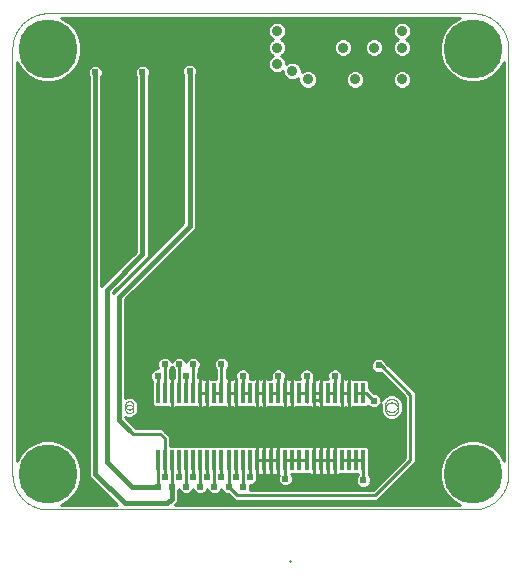
<source format=gbl>
G75*
%MOIN*%
%OFA0B0*%
%FSLAX25Y25*%
%IPPOS*%
%LPD*%
%AMOC8*
5,1,8,0,0,1.08239X$1,22.5*
%
%ADD10C,0.00000*%
%ADD11R,0.01378X0.06693*%
%ADD12C,0.01000*%
%ADD13C,0.02381*%
%ADD14C,0.01600*%
%ADD15C,0.19685*%
%ADD16C,0.03562*%
D10*
X0013311Y0018636D02*
X0155043Y0018636D01*
X0155328Y0018639D01*
X0155614Y0018650D01*
X0155899Y0018667D01*
X0156183Y0018691D01*
X0156467Y0018722D01*
X0156750Y0018760D01*
X0157031Y0018805D01*
X0157312Y0018856D01*
X0157592Y0018914D01*
X0157870Y0018979D01*
X0158146Y0019051D01*
X0158420Y0019129D01*
X0158693Y0019214D01*
X0158963Y0019306D01*
X0159231Y0019404D01*
X0159497Y0019508D01*
X0159760Y0019619D01*
X0160020Y0019736D01*
X0160278Y0019859D01*
X0160532Y0019989D01*
X0160783Y0020125D01*
X0161031Y0020266D01*
X0161275Y0020414D01*
X0161516Y0020567D01*
X0161752Y0020727D01*
X0161985Y0020892D01*
X0162214Y0021062D01*
X0162439Y0021238D01*
X0162659Y0021420D01*
X0162875Y0021606D01*
X0163086Y0021798D01*
X0163293Y0021995D01*
X0163495Y0022197D01*
X0163692Y0022404D01*
X0163884Y0022615D01*
X0164070Y0022831D01*
X0164252Y0023051D01*
X0164428Y0023276D01*
X0164598Y0023505D01*
X0164763Y0023738D01*
X0164923Y0023974D01*
X0165076Y0024215D01*
X0165224Y0024459D01*
X0165365Y0024707D01*
X0165501Y0024958D01*
X0165631Y0025212D01*
X0165754Y0025470D01*
X0165871Y0025730D01*
X0165982Y0025993D01*
X0166086Y0026259D01*
X0166184Y0026527D01*
X0166276Y0026797D01*
X0166361Y0027070D01*
X0166439Y0027344D01*
X0166511Y0027620D01*
X0166576Y0027898D01*
X0166634Y0028178D01*
X0166685Y0028459D01*
X0166730Y0028740D01*
X0166768Y0029023D01*
X0166799Y0029307D01*
X0166823Y0029591D01*
X0166840Y0029876D01*
X0166851Y0030162D01*
X0166854Y0030447D01*
X0166854Y0172179D01*
X0166851Y0172464D01*
X0166840Y0172750D01*
X0166823Y0173035D01*
X0166799Y0173319D01*
X0166768Y0173603D01*
X0166730Y0173886D01*
X0166685Y0174167D01*
X0166634Y0174448D01*
X0166576Y0174728D01*
X0166511Y0175006D01*
X0166439Y0175282D01*
X0166361Y0175556D01*
X0166276Y0175829D01*
X0166184Y0176099D01*
X0166086Y0176367D01*
X0165982Y0176633D01*
X0165871Y0176896D01*
X0165754Y0177156D01*
X0165631Y0177414D01*
X0165501Y0177668D01*
X0165365Y0177919D01*
X0165224Y0178167D01*
X0165076Y0178411D01*
X0164923Y0178652D01*
X0164763Y0178888D01*
X0164598Y0179121D01*
X0164428Y0179350D01*
X0164252Y0179575D01*
X0164070Y0179795D01*
X0163884Y0180011D01*
X0163692Y0180222D01*
X0163495Y0180429D01*
X0163293Y0180631D01*
X0163086Y0180828D01*
X0162875Y0181020D01*
X0162659Y0181206D01*
X0162439Y0181388D01*
X0162214Y0181564D01*
X0161985Y0181734D01*
X0161752Y0181899D01*
X0161516Y0182059D01*
X0161275Y0182212D01*
X0161031Y0182360D01*
X0160783Y0182501D01*
X0160532Y0182637D01*
X0160278Y0182767D01*
X0160020Y0182890D01*
X0159760Y0183007D01*
X0159497Y0183118D01*
X0159231Y0183222D01*
X0158963Y0183320D01*
X0158693Y0183412D01*
X0158420Y0183497D01*
X0158146Y0183575D01*
X0157870Y0183647D01*
X0157592Y0183712D01*
X0157312Y0183770D01*
X0157031Y0183821D01*
X0156750Y0183866D01*
X0156467Y0183904D01*
X0156183Y0183935D01*
X0155899Y0183959D01*
X0155614Y0183976D01*
X0155328Y0183987D01*
X0155043Y0183990D01*
X0013311Y0183990D01*
X0013026Y0183987D01*
X0012740Y0183976D01*
X0012455Y0183959D01*
X0012171Y0183935D01*
X0011887Y0183904D01*
X0011604Y0183866D01*
X0011323Y0183821D01*
X0011042Y0183770D01*
X0010762Y0183712D01*
X0010484Y0183647D01*
X0010208Y0183575D01*
X0009934Y0183497D01*
X0009661Y0183412D01*
X0009391Y0183320D01*
X0009123Y0183222D01*
X0008857Y0183118D01*
X0008594Y0183007D01*
X0008334Y0182890D01*
X0008076Y0182767D01*
X0007822Y0182637D01*
X0007571Y0182501D01*
X0007323Y0182360D01*
X0007079Y0182212D01*
X0006838Y0182059D01*
X0006602Y0181899D01*
X0006369Y0181734D01*
X0006140Y0181564D01*
X0005915Y0181388D01*
X0005695Y0181206D01*
X0005479Y0181020D01*
X0005268Y0180828D01*
X0005061Y0180631D01*
X0004859Y0180429D01*
X0004662Y0180222D01*
X0004470Y0180011D01*
X0004284Y0179795D01*
X0004102Y0179575D01*
X0003926Y0179350D01*
X0003756Y0179121D01*
X0003591Y0178888D01*
X0003431Y0178652D01*
X0003278Y0178411D01*
X0003130Y0178167D01*
X0002989Y0177919D01*
X0002853Y0177668D01*
X0002723Y0177414D01*
X0002600Y0177156D01*
X0002483Y0176896D01*
X0002372Y0176633D01*
X0002268Y0176367D01*
X0002170Y0176099D01*
X0002078Y0175829D01*
X0001993Y0175556D01*
X0001915Y0175282D01*
X0001843Y0175006D01*
X0001778Y0174728D01*
X0001720Y0174448D01*
X0001669Y0174167D01*
X0001624Y0173886D01*
X0001586Y0173603D01*
X0001555Y0173319D01*
X0001531Y0173035D01*
X0001514Y0172750D01*
X0001503Y0172464D01*
X0001500Y0172179D01*
X0001500Y0030447D01*
X0001503Y0030162D01*
X0001514Y0029876D01*
X0001531Y0029591D01*
X0001555Y0029307D01*
X0001586Y0029023D01*
X0001624Y0028740D01*
X0001669Y0028459D01*
X0001720Y0028178D01*
X0001778Y0027898D01*
X0001843Y0027620D01*
X0001915Y0027344D01*
X0001993Y0027070D01*
X0002078Y0026797D01*
X0002170Y0026527D01*
X0002268Y0026259D01*
X0002372Y0025993D01*
X0002483Y0025730D01*
X0002600Y0025470D01*
X0002723Y0025212D01*
X0002853Y0024958D01*
X0002989Y0024707D01*
X0003130Y0024459D01*
X0003278Y0024215D01*
X0003431Y0023974D01*
X0003591Y0023738D01*
X0003756Y0023505D01*
X0003926Y0023276D01*
X0004102Y0023051D01*
X0004284Y0022831D01*
X0004470Y0022615D01*
X0004662Y0022404D01*
X0004859Y0022197D01*
X0005061Y0021995D01*
X0005268Y0021798D01*
X0005479Y0021606D01*
X0005695Y0021420D01*
X0005915Y0021238D01*
X0006140Y0021062D01*
X0006369Y0020892D01*
X0006602Y0020727D01*
X0006838Y0020567D01*
X0007079Y0020414D01*
X0007323Y0020266D01*
X0007571Y0020125D01*
X0007822Y0019989D01*
X0008076Y0019859D01*
X0008334Y0019736D01*
X0008594Y0019619D01*
X0008857Y0019508D01*
X0009123Y0019404D01*
X0009391Y0019306D01*
X0009661Y0019214D01*
X0009934Y0019129D01*
X0010208Y0019051D01*
X0010484Y0018979D01*
X0010762Y0018914D01*
X0011042Y0018856D01*
X0011323Y0018805D01*
X0011604Y0018760D01*
X0011887Y0018722D01*
X0012171Y0018691D01*
X0012455Y0018667D01*
X0012740Y0018650D01*
X0013026Y0018639D01*
X0013311Y0018636D01*
X0039098Y0052100D02*
X0039100Y0052174D01*
X0039106Y0052248D01*
X0039116Y0052321D01*
X0039130Y0052394D01*
X0039147Y0052466D01*
X0039169Y0052536D01*
X0039194Y0052606D01*
X0039223Y0052674D01*
X0039256Y0052740D01*
X0039292Y0052805D01*
X0039332Y0052867D01*
X0039374Y0052928D01*
X0039420Y0052986D01*
X0039469Y0053041D01*
X0039521Y0053094D01*
X0039576Y0053144D01*
X0039633Y0053190D01*
X0039693Y0053234D01*
X0039755Y0053274D01*
X0039819Y0053311D01*
X0039885Y0053345D01*
X0039953Y0053375D01*
X0040022Y0053401D01*
X0040093Y0053424D01*
X0040164Y0053442D01*
X0040237Y0053457D01*
X0040310Y0053468D01*
X0040384Y0053475D01*
X0040458Y0053478D01*
X0040531Y0053477D01*
X0040605Y0053472D01*
X0040679Y0053463D01*
X0040752Y0053450D01*
X0040824Y0053433D01*
X0040895Y0053413D01*
X0040965Y0053388D01*
X0041033Y0053360D01*
X0041100Y0053329D01*
X0041165Y0053293D01*
X0041228Y0053255D01*
X0041289Y0053213D01*
X0041348Y0053167D01*
X0041404Y0053119D01*
X0041457Y0053068D01*
X0041507Y0053014D01*
X0041555Y0052957D01*
X0041599Y0052898D01*
X0041641Y0052836D01*
X0041679Y0052773D01*
X0041713Y0052707D01*
X0041744Y0052640D01*
X0041771Y0052571D01*
X0041794Y0052501D01*
X0041814Y0052430D01*
X0041830Y0052357D01*
X0041842Y0052284D01*
X0041850Y0052211D01*
X0041854Y0052137D01*
X0041854Y0052063D01*
X0041850Y0051989D01*
X0041842Y0051916D01*
X0041830Y0051843D01*
X0041814Y0051770D01*
X0041794Y0051699D01*
X0041771Y0051629D01*
X0041744Y0051560D01*
X0041713Y0051493D01*
X0041679Y0051427D01*
X0041641Y0051364D01*
X0041599Y0051302D01*
X0041555Y0051243D01*
X0041507Y0051186D01*
X0041457Y0051132D01*
X0041404Y0051081D01*
X0041348Y0051033D01*
X0041289Y0050987D01*
X0041228Y0050945D01*
X0041165Y0050907D01*
X0041100Y0050871D01*
X0041033Y0050840D01*
X0040965Y0050812D01*
X0040895Y0050787D01*
X0040824Y0050767D01*
X0040752Y0050750D01*
X0040679Y0050737D01*
X0040605Y0050728D01*
X0040531Y0050723D01*
X0040458Y0050722D01*
X0040384Y0050725D01*
X0040310Y0050732D01*
X0040237Y0050743D01*
X0040164Y0050758D01*
X0040093Y0050776D01*
X0040022Y0050799D01*
X0039953Y0050825D01*
X0039885Y0050855D01*
X0039819Y0050889D01*
X0039755Y0050926D01*
X0039693Y0050966D01*
X0039633Y0051010D01*
X0039576Y0051056D01*
X0039521Y0051106D01*
X0039469Y0051159D01*
X0039420Y0051214D01*
X0039374Y0051272D01*
X0039332Y0051333D01*
X0039292Y0051395D01*
X0039256Y0051460D01*
X0039223Y0051526D01*
X0039194Y0051594D01*
X0039169Y0051664D01*
X0039147Y0051734D01*
X0039130Y0051806D01*
X0039116Y0051879D01*
X0039106Y0051952D01*
X0039100Y0052026D01*
X0039098Y0052100D01*
X0039098Y0053281D02*
X0039100Y0053355D01*
X0039106Y0053429D01*
X0039116Y0053502D01*
X0039130Y0053575D01*
X0039147Y0053647D01*
X0039169Y0053717D01*
X0039194Y0053787D01*
X0039223Y0053855D01*
X0039256Y0053921D01*
X0039292Y0053986D01*
X0039332Y0054048D01*
X0039374Y0054109D01*
X0039420Y0054167D01*
X0039469Y0054222D01*
X0039521Y0054275D01*
X0039576Y0054325D01*
X0039633Y0054371D01*
X0039693Y0054415D01*
X0039755Y0054455D01*
X0039819Y0054492D01*
X0039885Y0054526D01*
X0039953Y0054556D01*
X0040022Y0054582D01*
X0040093Y0054605D01*
X0040164Y0054623D01*
X0040237Y0054638D01*
X0040310Y0054649D01*
X0040384Y0054656D01*
X0040458Y0054659D01*
X0040531Y0054658D01*
X0040605Y0054653D01*
X0040679Y0054644D01*
X0040752Y0054631D01*
X0040824Y0054614D01*
X0040895Y0054594D01*
X0040965Y0054569D01*
X0041033Y0054541D01*
X0041100Y0054510D01*
X0041165Y0054474D01*
X0041228Y0054436D01*
X0041289Y0054394D01*
X0041348Y0054348D01*
X0041404Y0054300D01*
X0041457Y0054249D01*
X0041507Y0054195D01*
X0041555Y0054138D01*
X0041599Y0054079D01*
X0041641Y0054017D01*
X0041679Y0053954D01*
X0041713Y0053888D01*
X0041744Y0053821D01*
X0041771Y0053752D01*
X0041794Y0053682D01*
X0041814Y0053611D01*
X0041830Y0053538D01*
X0041842Y0053465D01*
X0041850Y0053392D01*
X0041854Y0053318D01*
X0041854Y0053244D01*
X0041850Y0053170D01*
X0041842Y0053097D01*
X0041830Y0053024D01*
X0041814Y0052951D01*
X0041794Y0052880D01*
X0041771Y0052810D01*
X0041744Y0052741D01*
X0041713Y0052674D01*
X0041679Y0052608D01*
X0041641Y0052545D01*
X0041599Y0052483D01*
X0041555Y0052424D01*
X0041507Y0052367D01*
X0041457Y0052313D01*
X0041404Y0052262D01*
X0041348Y0052214D01*
X0041289Y0052168D01*
X0041228Y0052126D01*
X0041165Y0052088D01*
X0041100Y0052052D01*
X0041033Y0052021D01*
X0040965Y0051993D01*
X0040895Y0051968D01*
X0040824Y0051948D01*
X0040752Y0051931D01*
X0040679Y0051918D01*
X0040605Y0051909D01*
X0040531Y0051904D01*
X0040458Y0051903D01*
X0040384Y0051906D01*
X0040310Y0051913D01*
X0040237Y0051924D01*
X0040164Y0051939D01*
X0040093Y0051957D01*
X0040022Y0051980D01*
X0039953Y0052006D01*
X0039885Y0052036D01*
X0039819Y0052070D01*
X0039755Y0052107D01*
X0039693Y0052147D01*
X0039633Y0052191D01*
X0039576Y0052237D01*
X0039521Y0052287D01*
X0039469Y0052340D01*
X0039420Y0052395D01*
X0039374Y0052453D01*
X0039332Y0052514D01*
X0039292Y0052576D01*
X0039256Y0052641D01*
X0039223Y0052707D01*
X0039194Y0052775D01*
X0039169Y0052845D01*
X0039147Y0052915D01*
X0039130Y0052987D01*
X0039116Y0053060D01*
X0039106Y0053133D01*
X0039100Y0053207D01*
X0039098Y0053281D01*
X0125713Y0053281D02*
X0125715Y0053374D01*
X0125721Y0053466D01*
X0125731Y0053558D01*
X0125745Y0053649D01*
X0125762Y0053740D01*
X0125784Y0053830D01*
X0125809Y0053919D01*
X0125838Y0054007D01*
X0125871Y0054093D01*
X0125908Y0054178D01*
X0125948Y0054262D01*
X0125992Y0054343D01*
X0126039Y0054423D01*
X0126089Y0054501D01*
X0126143Y0054576D01*
X0126200Y0054649D01*
X0126260Y0054719D01*
X0126323Y0054787D01*
X0126389Y0054852D01*
X0126457Y0054914D01*
X0126528Y0054974D01*
X0126602Y0055030D01*
X0126678Y0055083D01*
X0126756Y0055132D01*
X0126836Y0055179D01*
X0126918Y0055221D01*
X0127002Y0055261D01*
X0127087Y0055296D01*
X0127174Y0055328D01*
X0127262Y0055357D01*
X0127351Y0055381D01*
X0127441Y0055402D01*
X0127532Y0055418D01*
X0127624Y0055431D01*
X0127716Y0055440D01*
X0127809Y0055445D01*
X0127901Y0055446D01*
X0127994Y0055443D01*
X0128086Y0055436D01*
X0128178Y0055425D01*
X0128269Y0055410D01*
X0128360Y0055392D01*
X0128450Y0055369D01*
X0128538Y0055343D01*
X0128626Y0055313D01*
X0128712Y0055279D01*
X0128796Y0055242D01*
X0128879Y0055200D01*
X0128960Y0055156D01*
X0129040Y0055108D01*
X0129117Y0055057D01*
X0129191Y0055002D01*
X0129264Y0054944D01*
X0129334Y0054884D01*
X0129401Y0054820D01*
X0129465Y0054754D01*
X0129527Y0054684D01*
X0129585Y0054613D01*
X0129640Y0054539D01*
X0129692Y0054462D01*
X0129741Y0054383D01*
X0129787Y0054303D01*
X0129829Y0054220D01*
X0129867Y0054136D01*
X0129902Y0054050D01*
X0129933Y0053963D01*
X0129960Y0053875D01*
X0129983Y0053785D01*
X0130003Y0053695D01*
X0130019Y0053604D01*
X0130031Y0053512D01*
X0130039Y0053420D01*
X0130043Y0053327D01*
X0130043Y0053235D01*
X0130039Y0053142D01*
X0130031Y0053050D01*
X0130019Y0052958D01*
X0130003Y0052867D01*
X0129983Y0052777D01*
X0129960Y0052687D01*
X0129933Y0052599D01*
X0129902Y0052512D01*
X0129867Y0052426D01*
X0129829Y0052342D01*
X0129787Y0052259D01*
X0129741Y0052179D01*
X0129692Y0052100D01*
X0129640Y0052023D01*
X0129585Y0051949D01*
X0129527Y0051878D01*
X0129465Y0051808D01*
X0129401Y0051742D01*
X0129334Y0051678D01*
X0129264Y0051618D01*
X0129191Y0051560D01*
X0129117Y0051505D01*
X0129040Y0051454D01*
X0128961Y0051406D01*
X0128879Y0051362D01*
X0128796Y0051320D01*
X0128712Y0051283D01*
X0128626Y0051249D01*
X0128538Y0051219D01*
X0128450Y0051193D01*
X0128360Y0051170D01*
X0128269Y0051152D01*
X0128178Y0051137D01*
X0128086Y0051126D01*
X0127994Y0051119D01*
X0127901Y0051116D01*
X0127809Y0051117D01*
X0127716Y0051122D01*
X0127624Y0051131D01*
X0127532Y0051144D01*
X0127441Y0051160D01*
X0127351Y0051181D01*
X0127262Y0051205D01*
X0127174Y0051234D01*
X0127087Y0051266D01*
X0127002Y0051301D01*
X0126918Y0051341D01*
X0126836Y0051383D01*
X0126756Y0051430D01*
X0126678Y0051479D01*
X0126602Y0051532D01*
X0126528Y0051588D01*
X0126457Y0051648D01*
X0126389Y0051710D01*
X0126323Y0051775D01*
X0126260Y0051843D01*
X0126200Y0051913D01*
X0126143Y0051986D01*
X0126089Y0052061D01*
X0126039Y0052139D01*
X0125992Y0052219D01*
X0125948Y0052300D01*
X0125908Y0052384D01*
X0125871Y0052469D01*
X0125838Y0052555D01*
X0125809Y0052643D01*
X0125784Y0052732D01*
X0125762Y0052822D01*
X0125745Y0052913D01*
X0125731Y0053004D01*
X0125721Y0053096D01*
X0125715Y0053188D01*
X0125713Y0053281D01*
X0125713Y0052100D02*
X0125715Y0052193D01*
X0125721Y0052285D01*
X0125731Y0052377D01*
X0125745Y0052468D01*
X0125762Y0052559D01*
X0125784Y0052649D01*
X0125809Y0052738D01*
X0125838Y0052826D01*
X0125871Y0052912D01*
X0125908Y0052997D01*
X0125948Y0053081D01*
X0125992Y0053162D01*
X0126039Y0053242D01*
X0126089Y0053320D01*
X0126143Y0053395D01*
X0126200Y0053468D01*
X0126260Y0053538D01*
X0126323Y0053606D01*
X0126389Y0053671D01*
X0126457Y0053733D01*
X0126528Y0053793D01*
X0126602Y0053849D01*
X0126678Y0053902D01*
X0126756Y0053951D01*
X0126836Y0053998D01*
X0126918Y0054040D01*
X0127002Y0054080D01*
X0127087Y0054115D01*
X0127174Y0054147D01*
X0127262Y0054176D01*
X0127351Y0054200D01*
X0127441Y0054221D01*
X0127532Y0054237D01*
X0127624Y0054250D01*
X0127716Y0054259D01*
X0127809Y0054264D01*
X0127901Y0054265D01*
X0127994Y0054262D01*
X0128086Y0054255D01*
X0128178Y0054244D01*
X0128269Y0054229D01*
X0128360Y0054211D01*
X0128450Y0054188D01*
X0128538Y0054162D01*
X0128626Y0054132D01*
X0128712Y0054098D01*
X0128796Y0054061D01*
X0128879Y0054019D01*
X0128960Y0053975D01*
X0129040Y0053927D01*
X0129117Y0053876D01*
X0129191Y0053821D01*
X0129264Y0053763D01*
X0129334Y0053703D01*
X0129401Y0053639D01*
X0129465Y0053573D01*
X0129527Y0053503D01*
X0129585Y0053432D01*
X0129640Y0053358D01*
X0129692Y0053281D01*
X0129741Y0053202D01*
X0129787Y0053122D01*
X0129829Y0053039D01*
X0129867Y0052955D01*
X0129902Y0052869D01*
X0129933Y0052782D01*
X0129960Y0052694D01*
X0129983Y0052604D01*
X0130003Y0052514D01*
X0130019Y0052423D01*
X0130031Y0052331D01*
X0130039Y0052239D01*
X0130043Y0052146D01*
X0130043Y0052054D01*
X0130039Y0051961D01*
X0130031Y0051869D01*
X0130019Y0051777D01*
X0130003Y0051686D01*
X0129983Y0051596D01*
X0129960Y0051506D01*
X0129933Y0051418D01*
X0129902Y0051331D01*
X0129867Y0051245D01*
X0129829Y0051161D01*
X0129787Y0051078D01*
X0129741Y0050998D01*
X0129692Y0050919D01*
X0129640Y0050842D01*
X0129585Y0050768D01*
X0129527Y0050697D01*
X0129465Y0050627D01*
X0129401Y0050561D01*
X0129334Y0050497D01*
X0129264Y0050437D01*
X0129191Y0050379D01*
X0129117Y0050324D01*
X0129040Y0050273D01*
X0128961Y0050225D01*
X0128879Y0050181D01*
X0128796Y0050139D01*
X0128712Y0050102D01*
X0128626Y0050068D01*
X0128538Y0050038D01*
X0128450Y0050012D01*
X0128360Y0049989D01*
X0128269Y0049971D01*
X0128178Y0049956D01*
X0128086Y0049945D01*
X0127994Y0049938D01*
X0127901Y0049935D01*
X0127809Y0049936D01*
X0127716Y0049941D01*
X0127624Y0049950D01*
X0127532Y0049963D01*
X0127441Y0049979D01*
X0127351Y0050000D01*
X0127262Y0050024D01*
X0127174Y0050053D01*
X0127087Y0050085D01*
X0127002Y0050120D01*
X0126918Y0050160D01*
X0126836Y0050202D01*
X0126756Y0050249D01*
X0126678Y0050298D01*
X0126602Y0050351D01*
X0126528Y0050407D01*
X0126457Y0050467D01*
X0126389Y0050529D01*
X0126323Y0050594D01*
X0126260Y0050662D01*
X0126200Y0050732D01*
X0126143Y0050805D01*
X0126089Y0050880D01*
X0126039Y0050958D01*
X0125992Y0051038D01*
X0125948Y0051119D01*
X0125908Y0051203D01*
X0125871Y0051288D01*
X0125838Y0051374D01*
X0125809Y0051462D01*
X0125784Y0051551D01*
X0125762Y0051641D01*
X0125745Y0051732D01*
X0125731Y0051823D01*
X0125721Y0051915D01*
X0125715Y0052007D01*
X0125713Y0052100D01*
D11*
X0118429Y0057415D03*
X0116067Y0057415D03*
X0113705Y0057415D03*
X0111343Y0057415D03*
X0108980Y0057415D03*
X0106618Y0057415D03*
X0104256Y0057415D03*
X0101894Y0057415D03*
X0099531Y0057415D03*
X0097169Y0057415D03*
X0094807Y0057415D03*
X0092445Y0057415D03*
X0090083Y0057415D03*
X0087720Y0057415D03*
X0085358Y0057415D03*
X0082996Y0057415D03*
X0080634Y0057415D03*
X0078272Y0057415D03*
X0075909Y0057415D03*
X0073547Y0057415D03*
X0071185Y0057415D03*
X0068823Y0057415D03*
X0066461Y0057415D03*
X0064098Y0057415D03*
X0061736Y0057415D03*
X0059374Y0057415D03*
X0057012Y0057415D03*
X0054650Y0057415D03*
X0052287Y0057415D03*
X0049925Y0057415D03*
X0049925Y0034974D03*
X0052287Y0034974D03*
X0054650Y0034974D03*
X0057012Y0034974D03*
X0059374Y0034974D03*
X0061736Y0034974D03*
X0064098Y0034974D03*
X0066461Y0034974D03*
X0068823Y0034974D03*
X0071185Y0034974D03*
X0073547Y0034974D03*
X0075909Y0034974D03*
X0078272Y0034974D03*
X0080634Y0034974D03*
X0082996Y0034974D03*
X0085358Y0034974D03*
X0087720Y0034974D03*
X0090083Y0034974D03*
X0092445Y0034974D03*
X0094807Y0034974D03*
X0097169Y0034974D03*
X0099531Y0034974D03*
X0101894Y0034974D03*
X0104256Y0034974D03*
X0106618Y0034974D03*
X0108980Y0034974D03*
X0111343Y0034974D03*
X0113705Y0034974D03*
X0116067Y0034974D03*
X0118429Y0034974D03*
D12*
X0118429Y0028281D01*
X0116622Y0030007D02*
X0116312Y0029696D01*
X0115931Y0028778D01*
X0115931Y0027785D01*
X0116312Y0026867D01*
X0117014Y0026164D01*
X0117932Y0025784D01*
X0118926Y0025784D01*
X0119844Y0026164D01*
X0120547Y0026867D01*
X0120927Y0027785D01*
X0120927Y0028778D01*
X0120547Y0029696D01*
X0120236Y0030007D01*
X0120236Y0030898D01*
X0120425Y0031087D01*
X0120425Y0038862D01*
X0119660Y0039628D01*
X0110405Y0039628D01*
X0110248Y0039719D01*
X0109867Y0039821D01*
X0108980Y0039821D01*
X0108094Y0039821D01*
X0107799Y0039742D01*
X0107505Y0039821D01*
X0106618Y0039821D01*
X0105732Y0039821D01*
X0105437Y0039742D01*
X0105142Y0039821D01*
X0104256Y0039821D01*
X0104256Y0034975D01*
X0104256Y0034975D01*
X0104256Y0039821D01*
X0103369Y0039821D01*
X0103075Y0039742D01*
X0102780Y0039821D01*
X0101894Y0039821D01*
X0101894Y0034975D01*
X0101894Y0034975D01*
X0101894Y0034974D02*
X0104256Y0034974D01*
X0104256Y0030128D01*
X0105142Y0030128D01*
X0105437Y0030207D01*
X0105732Y0030128D01*
X0106618Y0030128D01*
X0106618Y0034974D01*
X0106618Y0034974D01*
X0106618Y0030128D01*
X0107505Y0030128D01*
X0107799Y0030207D01*
X0108094Y0030128D01*
X0108980Y0030128D01*
X0108980Y0034974D01*
X0108980Y0034974D01*
X0106791Y0034974D01*
X0106618Y0034974D01*
X0104429Y0034974D01*
X0104256Y0034974D01*
X0104256Y0034974D01*
X0104256Y0030128D01*
X0103369Y0030128D01*
X0103075Y0030207D01*
X0102780Y0030128D01*
X0101894Y0030128D01*
X0101894Y0034974D01*
X0101894Y0034974D01*
X0101894Y0034974D01*
X0102067Y0034974D01*
X0104256Y0034974D01*
X0104256Y0034974D01*
X0104256Y0034974D01*
X0101894Y0034974D01*
X0101894Y0030128D01*
X0101007Y0030128D01*
X0100626Y0030230D01*
X0100469Y0030321D01*
X0094528Y0030321D01*
X0094562Y0030287D01*
X0094943Y0029369D01*
X0094943Y0028375D01*
X0094562Y0027457D01*
X0093860Y0026755D01*
X0092942Y0026374D01*
X0091948Y0026374D01*
X0091030Y0026755D01*
X0090327Y0027457D01*
X0089947Y0028375D01*
X0089947Y0029369D01*
X0090262Y0030128D01*
X0090083Y0030128D01*
X0090083Y0034974D01*
X0090083Y0034974D01*
X0090083Y0030128D01*
X0089196Y0030128D01*
X0088902Y0030207D01*
X0088607Y0030128D01*
X0087721Y0030128D01*
X0087721Y0034974D01*
X0087721Y0034974D01*
X0089909Y0034974D01*
X0090083Y0034974D01*
X0090083Y0043439D01*
X0094807Y0048163D01*
X0094807Y0048557D01*
X0095988Y0047376D01*
X0100713Y0047376D01*
X0101894Y0046195D01*
X0101894Y0034974D01*
X0101894Y0028872D01*
X0101894Y0030618D02*
X0101894Y0030618D01*
X0101894Y0031616D02*
X0101894Y0031616D01*
X0101894Y0032615D02*
X0101894Y0032615D01*
X0101894Y0033613D02*
X0101894Y0033613D01*
X0101894Y0034612D02*
X0101894Y0034612D01*
X0101894Y0034975D02*
X0101894Y0039821D01*
X0101007Y0039821D01*
X0100626Y0039719D01*
X0100469Y0039628D01*
X0091508Y0039628D01*
X0091351Y0039719D01*
X0090969Y0039821D01*
X0090083Y0039821D01*
X0090083Y0034975D01*
X0090083Y0034975D01*
X0090083Y0039821D01*
X0089196Y0039821D01*
X0088902Y0039742D01*
X0088607Y0039821D01*
X0087721Y0039821D01*
X0087721Y0034975D01*
X0087720Y0034975D01*
X0087720Y0039821D01*
X0086834Y0039821D01*
X0086539Y0039742D01*
X0086245Y0039821D01*
X0085358Y0039821D01*
X0084472Y0039821D01*
X0084177Y0039742D01*
X0083883Y0039821D01*
X0082996Y0039821D01*
X0082110Y0039821D01*
X0081728Y0039719D01*
X0081571Y0039628D01*
X0054094Y0039628D01*
X0054094Y0043006D01*
X0053036Y0044065D01*
X0052520Y0044581D01*
X0051461Y0045640D01*
X0042583Y0045640D01*
X0042583Y0045887D01*
X0039040Y0049430D01*
X0039040Y0049580D01*
X0039904Y0049222D01*
X0041049Y0049222D01*
X0042107Y0049661D01*
X0042916Y0050470D01*
X0043354Y0051528D01*
X0043354Y0052673D01*
X0043347Y0052691D01*
X0043354Y0052709D01*
X0043354Y0053854D01*
X0042916Y0054912D01*
X0042107Y0055721D01*
X0041049Y0056159D01*
X0039904Y0056159D01*
X0039040Y0055802D01*
X0039040Y0088629D01*
X0062662Y0112251D01*
X0062662Y0163274D01*
X0062673Y0163284D01*
X0063053Y0164202D01*
X0063053Y0165196D01*
X0062673Y0166114D01*
X0061970Y0166816D01*
X0061052Y0167196D01*
X0060058Y0167196D01*
X0059140Y0166816D01*
X0058438Y0166114D01*
X0058057Y0165196D01*
X0058057Y0164202D01*
X0058438Y0163284D01*
X0058448Y0163274D01*
X0058448Y0113997D01*
X0036060Y0091609D01*
X0035103Y0090652D01*
X0035103Y0090991D01*
X0046914Y0102802D01*
X0046914Y0162880D01*
X0046924Y0162890D01*
X0047305Y0163808D01*
X0047305Y0164802D01*
X0046924Y0165720D01*
X0046222Y0166423D01*
X0045304Y0166803D01*
X0044310Y0166803D01*
X0043392Y0166423D01*
X0042690Y0165720D01*
X0042309Y0164802D01*
X0042309Y0163808D01*
X0042690Y0162890D01*
X0042700Y0162880D01*
X0042700Y0104548D01*
X0032123Y0093971D01*
X0031166Y0093014D01*
X0031166Y0162880D01*
X0031176Y0162890D01*
X0031557Y0163808D01*
X0031557Y0164802D01*
X0031176Y0165720D01*
X0030474Y0166423D01*
X0029556Y0166803D01*
X0028562Y0166803D01*
X0027644Y0166423D01*
X0026942Y0165720D01*
X0026561Y0164802D01*
X0026561Y0163808D01*
X0026942Y0162890D01*
X0026952Y0162880D01*
X0026952Y0029574D01*
X0036390Y0020136D01*
X0017751Y0020136D01*
X0020157Y0021525D01*
X0022233Y0023601D01*
X0023701Y0026143D01*
X0024461Y0028979D01*
X0024461Y0031915D01*
X0023701Y0034750D01*
X0022233Y0037293D01*
X0020157Y0039369D01*
X0017615Y0040837D01*
X0014779Y0041596D01*
X0011843Y0041596D01*
X0009007Y0040837D01*
X0006465Y0039369D01*
X0004389Y0037293D01*
X0003000Y0034887D01*
X0003000Y0167739D01*
X0004389Y0165333D01*
X0006465Y0163257D01*
X0009007Y0161789D01*
X0011843Y0161030D01*
X0014779Y0161030D01*
X0017615Y0161789D01*
X0020157Y0163257D01*
X0022233Y0165333D01*
X0023701Y0167876D01*
X0024461Y0170711D01*
X0024461Y0173647D01*
X0023701Y0176483D01*
X0022233Y0179025D01*
X0020157Y0181101D01*
X0017751Y0182490D01*
X0150603Y0182490D01*
X0148197Y0181101D01*
X0146121Y0179025D01*
X0144654Y0176483D01*
X0143894Y0173647D01*
X0143894Y0170711D01*
X0144654Y0167876D01*
X0146121Y0165333D01*
X0148197Y0163257D01*
X0150740Y0161789D01*
X0153575Y0161030D01*
X0156511Y0161030D01*
X0159347Y0161789D01*
X0161889Y0163257D01*
X0163965Y0165333D01*
X0165354Y0167739D01*
X0165354Y0034887D01*
X0163965Y0037293D01*
X0161889Y0039369D01*
X0159347Y0040837D01*
X0156511Y0041596D01*
X0153575Y0041596D01*
X0150740Y0040837D01*
X0148197Y0039369D01*
X0146121Y0037293D01*
X0144654Y0034750D01*
X0143894Y0031915D01*
X0143894Y0028979D01*
X0144654Y0026143D01*
X0146121Y0023601D01*
X0148197Y0021525D01*
X0150603Y0020136D01*
X0055586Y0020136D01*
X0056757Y0021306D01*
X0056757Y0024691D01*
X0056767Y0024701D01*
X0057012Y0025292D01*
X0057257Y0024701D01*
X0057959Y0023999D01*
X0058877Y0023619D01*
X0059871Y0023619D01*
X0060789Y0023999D01*
X0061491Y0024701D01*
X0061736Y0025292D01*
X0061981Y0024701D01*
X0062684Y0023999D01*
X0063602Y0023619D01*
X0064595Y0023619D01*
X0065513Y0023999D01*
X0066216Y0024701D01*
X0066461Y0025292D01*
X0066705Y0024701D01*
X0067408Y0023999D01*
X0068326Y0023619D01*
X0069320Y0023619D01*
X0070238Y0023999D01*
X0070940Y0024701D01*
X0071185Y0025292D01*
X0071430Y0024701D01*
X0072132Y0023999D01*
X0073050Y0023619D01*
X0073489Y0023619D01*
X0075555Y0021553D01*
X0123115Y0021553D01*
X0135984Y0034423D01*
X0135984Y0057573D01*
X0134926Y0058632D01*
X0125798Y0067759D01*
X0125665Y0068082D01*
X0124962Y0068785D01*
X0124044Y0069165D01*
X0123050Y0069165D01*
X0122132Y0068785D01*
X0121430Y0068082D01*
X0121050Y0067164D01*
X0121050Y0066170D01*
X0121430Y0065253D01*
X0122132Y0064550D01*
X0123050Y0064170D01*
X0124044Y0064170D01*
X0124209Y0064238D01*
X0132370Y0056076D01*
X0132370Y0035920D01*
X0121618Y0025167D01*
X0080582Y0025167D01*
X0080769Y0025619D01*
X0080769Y0026613D01*
X0080705Y0026768D01*
X0081131Y0026768D01*
X0082049Y0027148D01*
X0082751Y0027851D01*
X0083131Y0028769D01*
X0083131Y0029763D01*
X0082980Y0030128D01*
X0082996Y0030128D01*
X0082996Y0034974D01*
X0082996Y0034974D01*
X0082996Y0030128D01*
X0083883Y0030128D01*
X0084177Y0030207D01*
X0084472Y0030128D01*
X0085358Y0030128D01*
X0085358Y0034974D01*
X0085358Y0034974D01*
X0083169Y0034974D01*
X0082996Y0034974D01*
X0082996Y0034974D01*
X0082996Y0026116D01*
X0082523Y0027622D02*
X0090259Y0027622D01*
X0089947Y0028621D02*
X0083070Y0028621D01*
X0083131Y0029619D02*
X0090051Y0029619D01*
X0090083Y0030618D02*
X0090083Y0030618D01*
X0090083Y0031616D02*
X0090083Y0031616D01*
X0090083Y0032615D02*
X0090083Y0032615D01*
X0090083Y0033613D02*
X0090083Y0033613D01*
X0090083Y0034612D02*
X0090083Y0034612D01*
X0090083Y0034974D02*
X0090083Y0034974D01*
X0087720Y0034974D01*
X0087721Y0034974D01*
X0090083Y0034974D01*
X0090083Y0035611D02*
X0090083Y0035611D01*
X0090083Y0036609D02*
X0090083Y0036609D01*
X0090083Y0037608D02*
X0090083Y0037608D01*
X0090083Y0038606D02*
X0090083Y0038606D01*
X0090083Y0039605D02*
X0090083Y0039605D01*
X0092445Y0037140D02*
X0092445Y0034974D01*
X0092445Y0028872D01*
X0093544Y0026624D02*
X0116555Y0026624D01*
X0115999Y0027622D02*
X0094631Y0027622D01*
X0094943Y0028621D02*
X0115931Y0028621D01*
X0116280Y0029619D02*
X0094839Y0029619D01*
X0091346Y0026624D02*
X0080765Y0026624D01*
X0080769Y0025625D02*
X0122076Y0025625D01*
X0123074Y0026624D02*
X0120304Y0026624D01*
X0120860Y0027622D02*
X0124073Y0027622D01*
X0125071Y0028621D02*
X0120927Y0028621D01*
X0120578Y0029619D02*
X0126070Y0029619D01*
X0127068Y0030618D02*
X0120236Y0030618D01*
X0120425Y0031616D02*
X0128067Y0031616D01*
X0129065Y0032615D02*
X0120425Y0032615D01*
X0120425Y0033613D02*
X0130064Y0033613D01*
X0131062Y0034612D02*
X0120425Y0034612D01*
X0120425Y0035611D02*
X0132061Y0035611D01*
X0132370Y0036609D02*
X0120425Y0036609D01*
X0120425Y0037608D02*
X0132370Y0037608D01*
X0132370Y0038606D02*
X0120425Y0038606D01*
X0119683Y0039605D02*
X0132370Y0039605D01*
X0132370Y0040603D02*
X0054094Y0040603D01*
X0054094Y0041602D02*
X0132370Y0041602D01*
X0132370Y0042600D02*
X0054094Y0042600D01*
X0053502Y0043599D02*
X0132370Y0043599D01*
X0132370Y0044597D02*
X0052504Y0044597D01*
X0052520Y0044581D02*
X0052520Y0044581D01*
X0053036Y0044065D02*
X0053036Y0044065D01*
X0052287Y0042258D02*
X0052287Y0034974D01*
X0052287Y0029266D01*
X0049925Y0026116D02*
X0049925Y0034974D01*
X0054650Y0034974D02*
X0054650Y0026116D01*
X0056757Y0024627D02*
X0057331Y0024627D01*
X0056757Y0023628D02*
X0058853Y0023628D01*
X0059895Y0023628D02*
X0063578Y0023628D01*
X0064619Y0023628D02*
X0068302Y0023628D01*
X0069343Y0023628D02*
X0073027Y0023628D01*
X0074478Y0022630D02*
X0056757Y0022630D01*
X0056757Y0021631D02*
X0075476Y0021631D01*
X0076303Y0023360D02*
X0073547Y0026116D01*
X0073547Y0034974D01*
X0071185Y0034974D02*
X0070988Y0035171D01*
X0070988Y0037730D01*
X0071185Y0037533D01*
X0071185Y0034974D01*
X0071185Y0029266D01*
X0068823Y0026116D02*
X0068823Y0034974D01*
X0068823Y0033793D02*
X0068818Y0033792D01*
X0068814Y0033788D01*
X0068813Y0033783D01*
X0066461Y0034974D02*
X0066461Y0029266D01*
X0064098Y0026116D02*
X0064098Y0034974D01*
X0063902Y0035171D01*
X0063902Y0037337D01*
X0064098Y0037140D01*
X0064098Y0034974D01*
X0061736Y0034974D02*
X0061736Y0029266D01*
X0059374Y0026116D02*
X0059374Y0034974D01*
X0057012Y0034974D02*
X0057012Y0029266D01*
X0061417Y0024627D02*
X0062055Y0024627D01*
X0066141Y0024627D02*
X0066780Y0024627D01*
X0070866Y0024627D02*
X0071504Y0024627D01*
X0075909Y0029266D02*
X0075909Y0034974D01*
X0078272Y0034974D02*
X0078272Y0026116D01*
X0080634Y0029266D02*
X0080634Y0034974D01*
X0082996Y0034975D02*
X0082996Y0039821D01*
X0082996Y0034975D01*
X0082996Y0034975D01*
X0082996Y0034974D02*
X0085358Y0034974D01*
X0085358Y0034974D01*
X0085358Y0030128D01*
X0086245Y0030128D01*
X0086539Y0030207D01*
X0086834Y0030128D01*
X0087720Y0030128D01*
X0087720Y0034974D01*
X0087547Y0034974D01*
X0085358Y0034974D01*
X0087720Y0034974D01*
X0087720Y0034974D01*
X0085358Y0034974D01*
X0082996Y0034974D01*
X0082996Y0034612D02*
X0082996Y0034612D01*
X0082996Y0033613D02*
X0082996Y0033613D01*
X0082996Y0032615D02*
X0082996Y0032615D01*
X0082996Y0031616D02*
X0082996Y0031616D01*
X0082996Y0030618D02*
X0082996Y0030618D01*
X0085358Y0030618D02*
X0085358Y0030618D01*
X0085358Y0031616D02*
X0085358Y0031616D01*
X0085358Y0032615D02*
X0085358Y0032615D01*
X0085358Y0033613D02*
X0085358Y0033613D01*
X0085358Y0034612D02*
X0085358Y0034612D01*
X0085358Y0034974D02*
X0085358Y0034974D01*
X0085358Y0034975D02*
X0085358Y0039821D01*
X0085358Y0034975D01*
X0085358Y0034975D01*
X0085358Y0035611D02*
X0085358Y0035611D01*
X0085358Y0036609D02*
X0085358Y0036609D01*
X0085358Y0037608D02*
X0085358Y0037608D01*
X0085358Y0038606D02*
X0085358Y0038606D01*
X0085358Y0039605D02*
X0085358Y0039605D01*
X0082996Y0039605D02*
X0082996Y0039605D01*
X0082996Y0038606D02*
X0082996Y0038606D01*
X0082996Y0037608D02*
X0082996Y0037608D01*
X0082996Y0036609D02*
X0082996Y0036609D01*
X0082996Y0035611D02*
X0082996Y0035611D01*
X0087720Y0035611D02*
X0087721Y0035611D01*
X0087720Y0036609D02*
X0087721Y0036609D01*
X0087720Y0037608D02*
X0087721Y0037608D01*
X0087720Y0038606D02*
X0087721Y0038606D01*
X0087720Y0039605D02*
X0087721Y0039605D01*
X0087720Y0034612D02*
X0087721Y0034612D01*
X0087720Y0033613D02*
X0087721Y0033613D01*
X0087720Y0032615D02*
X0087721Y0032615D01*
X0087720Y0031616D02*
X0087721Y0031616D01*
X0087720Y0030618D02*
X0087721Y0030618D01*
X0092445Y0034974D02*
X0094807Y0034974D01*
X0097169Y0034974D01*
X0099531Y0034974D01*
X0101894Y0035611D02*
X0101894Y0035611D01*
X0101894Y0036609D02*
X0101894Y0036609D01*
X0101894Y0037608D02*
X0101894Y0037608D01*
X0101894Y0038606D02*
X0101894Y0038606D01*
X0101894Y0039605D02*
X0101894Y0039605D01*
X0104256Y0039605D02*
X0104256Y0039605D01*
X0104256Y0038606D02*
X0104256Y0038606D01*
X0104256Y0037608D02*
X0104256Y0037608D01*
X0104256Y0036609D02*
X0104256Y0036609D01*
X0104256Y0035611D02*
X0104256Y0035611D01*
X0104256Y0034974D02*
X0106618Y0034974D01*
X0106618Y0034974D01*
X0106618Y0034974D01*
X0104256Y0034974D01*
X0104256Y0034612D02*
X0104256Y0034612D01*
X0104256Y0033613D02*
X0104256Y0033613D01*
X0104256Y0032615D02*
X0104256Y0032615D01*
X0104256Y0031616D02*
X0104256Y0031616D01*
X0104256Y0030618D02*
X0104256Y0030618D01*
X0106618Y0030618D02*
X0106618Y0030618D01*
X0106618Y0031616D02*
X0106618Y0031616D01*
X0106618Y0032615D02*
X0106618Y0032615D01*
X0106618Y0033613D02*
X0106618Y0033613D01*
X0106618Y0034612D02*
X0106618Y0034612D01*
X0106618Y0034974D02*
X0108980Y0034974D01*
X0108980Y0034974D01*
X0108980Y0030128D01*
X0109867Y0030128D01*
X0110248Y0030230D01*
X0110405Y0030321D01*
X0116622Y0030321D01*
X0116622Y0030007D01*
X0116067Y0034974D02*
X0113705Y0034974D01*
X0111343Y0034974D01*
X0108980Y0034975D02*
X0108980Y0034975D01*
X0108980Y0039821D01*
X0108980Y0034975D01*
X0108980Y0034974D02*
X0106618Y0034974D01*
X0106618Y0034975D02*
X0106618Y0039821D01*
X0106618Y0034975D01*
X0106618Y0034975D01*
X0106618Y0035611D02*
X0106618Y0035611D01*
X0106618Y0036609D02*
X0106618Y0036609D01*
X0106618Y0037608D02*
X0106618Y0037608D01*
X0106618Y0038606D02*
X0106618Y0038606D01*
X0106618Y0039605D02*
X0106618Y0039605D01*
X0108980Y0039605D02*
X0108980Y0039605D01*
X0108980Y0038606D02*
X0108980Y0038606D01*
X0108980Y0037608D02*
X0108980Y0037608D01*
X0108980Y0036609D02*
X0108980Y0036609D01*
X0108980Y0035611D02*
X0108980Y0035611D01*
X0108980Y0034612D02*
X0108980Y0034612D01*
X0108980Y0033613D02*
X0108980Y0033613D01*
X0108980Y0032615D02*
X0108980Y0032615D01*
X0108980Y0031616D02*
X0108980Y0031616D01*
X0108980Y0030618D02*
X0108980Y0030618D01*
X0116067Y0034974D02*
X0118429Y0034974D01*
X0118429Y0037435D01*
X0110161Y0047376D02*
X0105437Y0047376D01*
X0104256Y0048557D01*
X0104256Y0054955D01*
X0104256Y0063124D01*
X0104256Y0057415D01*
X0104256Y0052569D01*
X0105142Y0052569D01*
X0105524Y0052671D01*
X0105681Y0052762D01*
X0109917Y0052762D01*
X0110075Y0052671D01*
X0110456Y0052569D01*
X0111342Y0052569D01*
X0111342Y0057415D01*
X0111343Y0057415D01*
X0111343Y0057415D01*
X0113705Y0057415D01*
X0113705Y0052569D01*
X0114591Y0052569D01*
X0114973Y0052671D01*
X0115130Y0052762D01*
X0119660Y0052762D01*
X0120097Y0053199D01*
X0120558Y0052739D01*
X0121476Y0052359D01*
X0122469Y0052359D01*
X0123387Y0052739D01*
X0124090Y0053441D01*
X0124213Y0053738D01*
X0124213Y0051371D01*
X0124771Y0050024D01*
X0125802Y0048993D01*
X0127149Y0048435D01*
X0128607Y0048435D01*
X0129954Y0048993D01*
X0130985Y0050024D01*
X0131543Y0051371D01*
X0131543Y0054011D01*
X0130985Y0055358D01*
X0129954Y0056389D01*
X0128607Y0056947D01*
X0127149Y0056947D01*
X0125802Y0056389D01*
X0124771Y0055358D01*
X0124470Y0054632D01*
X0124470Y0055353D01*
X0124090Y0056271D01*
X0123387Y0056974D01*
X0122469Y0057354D01*
X0122030Y0057354D01*
X0120425Y0058959D01*
X0120425Y0061303D01*
X0119660Y0062069D01*
X0115130Y0062069D01*
X0114973Y0062160D01*
X0114591Y0062262D01*
X0113705Y0062262D01*
X0113705Y0057415D01*
X0113705Y0057415D01*
X0113705Y0052569D01*
X0112818Y0052569D01*
X0112524Y0052648D01*
X0112229Y0052569D01*
X0111343Y0052569D01*
X0111343Y0057415D01*
X0113531Y0057415D01*
X0113705Y0057415D01*
X0113705Y0063124D01*
X0113705Y0062262D02*
X0112818Y0062262D01*
X0112524Y0062183D01*
X0112229Y0062262D01*
X0111343Y0062262D01*
X0111343Y0057415D01*
X0111343Y0048557D01*
X0110161Y0047376D01*
X0110395Y0052585D02*
X0105203Y0052585D01*
X0104256Y0052585D02*
X0104256Y0052585D01*
X0104256Y0052569D02*
X0104256Y0057415D01*
X0104256Y0057415D01*
X0101894Y0057415D01*
X0101894Y0052569D01*
X0102780Y0052569D01*
X0103075Y0052648D01*
X0103369Y0052569D01*
X0104256Y0052569D01*
X0103309Y0052585D02*
X0102841Y0052585D01*
X0101894Y0052585D02*
X0101894Y0052585D01*
X0101894Y0052569D02*
X0101894Y0057415D01*
X0101894Y0057415D01*
X0101894Y0057415D01*
X0104083Y0057415D01*
X0104256Y0057415D01*
X0104256Y0057415D01*
X0101894Y0057415D01*
X0101894Y0057415D01*
X0101894Y0062262D01*
X0102780Y0062262D01*
X0103075Y0062183D01*
X0103369Y0062262D01*
X0104256Y0062262D01*
X0104256Y0057415D01*
X0104256Y0057415D01*
X0104256Y0062262D01*
X0105142Y0062262D01*
X0105524Y0062160D01*
X0105681Y0062069D01*
X0106714Y0062069D01*
X0106483Y0062627D01*
X0106483Y0063621D01*
X0106863Y0064539D01*
X0107566Y0065241D01*
X0108483Y0065622D01*
X0109477Y0065622D01*
X0110395Y0065241D01*
X0111098Y0064539D01*
X0111478Y0063621D01*
X0111478Y0062627D01*
X0111327Y0062262D01*
X0111342Y0062262D01*
X0111342Y0057415D01*
X0111343Y0057415D02*
X0113705Y0057415D01*
X0113705Y0057415D01*
X0113705Y0057415D01*
X0113705Y0062262D01*
X0113705Y0061572D02*
X0113705Y0061572D01*
X0113705Y0060573D02*
X0113705Y0060573D01*
X0113705Y0059575D02*
X0113705Y0059575D01*
X0113705Y0058576D02*
X0113705Y0058576D01*
X0113705Y0057578D02*
X0113705Y0057578D01*
X0113705Y0056579D02*
X0113705Y0056579D01*
X0113705Y0055581D02*
X0113705Y0055581D01*
X0113705Y0054582D02*
X0113705Y0054582D01*
X0113705Y0053584D02*
X0113705Y0053584D01*
X0113705Y0052585D02*
X0113705Y0052585D01*
X0114652Y0052585D02*
X0120929Y0052585D01*
X0123016Y0052585D02*
X0124213Y0052585D01*
X0124213Y0051587D02*
X0043354Y0051587D01*
X0043354Y0052585D02*
X0053702Y0052585D01*
X0053763Y0052569D02*
X0054650Y0052569D01*
X0055536Y0052569D01*
X0055918Y0052671D01*
X0056075Y0052762D01*
X0062673Y0052762D01*
X0062830Y0052671D01*
X0063212Y0052569D01*
X0064098Y0052569D01*
X0064098Y0057415D01*
X0064098Y0057415D01*
X0064098Y0052569D01*
X0064985Y0052569D01*
X0065280Y0052648D01*
X0065574Y0052569D01*
X0066461Y0052569D01*
X0067347Y0052569D01*
X0067729Y0052671D01*
X0067886Y0052762D01*
X0072122Y0052762D01*
X0072279Y0052671D01*
X0072661Y0052569D01*
X0073547Y0052569D01*
X0073547Y0057415D01*
X0073547Y0057415D01*
X0073547Y0052569D01*
X0074434Y0052569D01*
X0074728Y0052648D01*
X0075023Y0052569D01*
X0075909Y0052569D01*
X0075909Y0057415D01*
X0073547Y0057415D01*
X0073547Y0063124D01*
X0072992Y0063569D02*
X0075774Y0063569D01*
X0075774Y0063621D02*
X0075774Y0062627D01*
X0075925Y0062262D01*
X0075909Y0062262D01*
X0075023Y0062262D01*
X0074728Y0062183D01*
X0074434Y0062262D01*
X0073547Y0062262D01*
X0072992Y0062262D01*
X0072992Y0065336D01*
X0073302Y0065646D01*
X0073683Y0066564D01*
X0073683Y0067558D01*
X0073302Y0068476D01*
X0072600Y0069178D01*
X0071682Y0069559D01*
X0070688Y0069559D01*
X0069770Y0069178D01*
X0069068Y0068476D01*
X0068687Y0067558D01*
X0068687Y0066564D01*
X0069068Y0065646D01*
X0069378Y0065336D01*
X0069378Y0062069D01*
X0067886Y0062069D01*
X0067729Y0062160D01*
X0067347Y0062262D01*
X0066461Y0062262D01*
X0066461Y0057415D01*
X0066461Y0052569D01*
X0066461Y0057415D01*
X0066461Y0057415D01*
X0066461Y0048557D01*
X0068035Y0046982D01*
X0071972Y0046982D01*
X0073547Y0048557D01*
X0073547Y0057415D01*
X0075909Y0057415D01*
X0075909Y0057415D01*
X0075909Y0057415D01*
X0075736Y0057415D01*
X0073547Y0057415D01*
X0073547Y0057415D01*
X0073547Y0062262D01*
X0073547Y0057415D01*
X0073547Y0057415D01*
X0073547Y0057578D02*
X0073547Y0057578D01*
X0073547Y0058576D02*
X0073547Y0058576D01*
X0073547Y0059575D02*
X0073547Y0059575D01*
X0073547Y0060573D02*
X0073547Y0060573D01*
X0073547Y0061572D02*
X0073547Y0061572D01*
X0072992Y0062570D02*
X0075798Y0062570D01*
X0075909Y0062262D02*
X0075909Y0057415D01*
X0075909Y0052569D01*
X0076796Y0052569D01*
X0077177Y0052671D01*
X0077334Y0052762D01*
X0081571Y0052762D01*
X0081728Y0052671D01*
X0082110Y0052569D01*
X0082996Y0052569D01*
X0082996Y0057415D01*
X0082996Y0057415D01*
X0082996Y0052569D01*
X0083883Y0052569D01*
X0084177Y0052648D01*
X0084472Y0052569D01*
X0085358Y0052569D01*
X0085358Y0057415D01*
X0085358Y0057415D01*
X0082996Y0057415D01*
X0082996Y0057415D01*
X0082996Y0063124D01*
X0082996Y0062262D02*
X0082110Y0062262D01*
X0081728Y0062160D01*
X0081571Y0062069D01*
X0080538Y0062069D01*
X0080769Y0062627D01*
X0080769Y0063621D01*
X0080389Y0064539D01*
X0079686Y0065241D01*
X0078768Y0065622D01*
X0077775Y0065622D01*
X0076857Y0065241D01*
X0076154Y0064539D01*
X0075774Y0063621D01*
X0076183Y0064567D02*
X0072992Y0064567D01*
X0073222Y0065566D02*
X0077640Y0065566D01*
X0078903Y0065566D02*
X0089451Y0065566D01*
X0089586Y0065622D02*
X0088668Y0065241D01*
X0087965Y0064539D01*
X0087585Y0063621D01*
X0087585Y0062627D01*
X0087816Y0062069D01*
X0086783Y0062069D01*
X0086626Y0062160D01*
X0086245Y0062262D01*
X0085358Y0062262D01*
X0084472Y0062262D01*
X0084177Y0062183D01*
X0083883Y0062262D01*
X0082996Y0062262D01*
X0082996Y0057415D01*
X0085358Y0057415D01*
X0085358Y0057415D01*
X0085358Y0052569D01*
X0086245Y0052569D01*
X0086626Y0052671D01*
X0086783Y0052762D01*
X0091020Y0052762D01*
X0091177Y0052671D01*
X0091558Y0052569D01*
X0092445Y0052569D01*
X0093331Y0052569D01*
X0093626Y0052648D01*
X0093921Y0052569D01*
X0094807Y0052569D01*
X0094807Y0057415D01*
X0094807Y0057415D01*
X0094807Y0052569D01*
X0095694Y0052569D01*
X0096075Y0052671D01*
X0096232Y0052762D01*
X0098677Y0052762D01*
X0098783Y0052656D01*
X0100280Y0052656D01*
X0100386Y0052762D01*
X0100469Y0052762D01*
X0100626Y0052671D01*
X0101007Y0052569D01*
X0101894Y0052569D01*
X0100946Y0052585D02*
X0095754Y0052585D01*
X0094807Y0052585D02*
X0094807Y0052585D01*
X0093860Y0052585D02*
X0093392Y0052585D01*
X0092445Y0052585D02*
X0092445Y0052585D01*
X0092445Y0052569D02*
X0092445Y0057415D01*
X0092445Y0057415D01*
X0092445Y0057415D01*
X0094807Y0057415D01*
X0094807Y0057415D01*
X0094807Y0063124D01*
X0094807Y0062262D02*
X0093921Y0062262D01*
X0093626Y0062183D01*
X0093331Y0062262D01*
X0092445Y0062262D01*
X0092445Y0057415D01*
X0092445Y0052569D01*
X0091498Y0052585D02*
X0086306Y0052585D01*
X0085358Y0052585D02*
X0085358Y0052585D01*
X0084411Y0052585D02*
X0083943Y0052585D01*
X0082996Y0052585D02*
X0082996Y0052585D01*
X0082049Y0052585D02*
X0076857Y0052585D01*
X0075909Y0052585D02*
X0075909Y0052585D01*
X0074962Y0052585D02*
X0074495Y0052585D01*
X0073547Y0052585D02*
X0073547Y0052585D01*
X0072600Y0052585D02*
X0067408Y0052585D01*
X0066461Y0052585D02*
X0066461Y0052585D01*
X0065513Y0052585D02*
X0065046Y0052585D01*
X0064098Y0052585D02*
X0064098Y0052585D01*
X0063151Y0052585D02*
X0055597Y0052585D01*
X0054650Y0052585D02*
X0054650Y0052585D01*
X0054650Y0052569D02*
X0054650Y0057415D01*
X0054650Y0057415D01*
X0054650Y0052569D01*
X0053763Y0052569D02*
X0053382Y0052671D01*
X0053225Y0052762D01*
X0048695Y0052762D01*
X0047929Y0053527D01*
X0047929Y0061303D01*
X0048071Y0061446D01*
X0047808Y0061709D01*
X0047428Y0062627D01*
X0047428Y0063621D01*
X0047808Y0064539D01*
X0048510Y0065241D01*
X0049428Y0065622D01*
X0050195Y0065622D01*
X0050170Y0065646D01*
X0049790Y0066564D01*
X0049790Y0067558D01*
X0050170Y0068476D01*
X0050873Y0069178D01*
X0051791Y0069559D01*
X0052784Y0069559D01*
X0053702Y0069178D01*
X0054405Y0068476D01*
X0054650Y0067885D01*
X0054894Y0068476D01*
X0055597Y0069178D01*
X0056515Y0069559D01*
X0057509Y0069559D01*
X0058427Y0069178D01*
X0059129Y0068476D01*
X0059374Y0067885D01*
X0059619Y0068476D01*
X0060321Y0069178D01*
X0061239Y0069559D01*
X0062233Y0069559D01*
X0063151Y0069178D01*
X0063854Y0068476D01*
X0064234Y0067558D01*
X0064234Y0066564D01*
X0063854Y0065646D01*
X0063543Y0065336D01*
X0063543Y0062262D01*
X0064098Y0062262D01*
X0064098Y0057415D01*
X0064098Y0063124D01*
X0063543Y0063569D02*
X0069378Y0063569D01*
X0069378Y0064567D02*
X0063543Y0064567D01*
X0063773Y0065566D02*
X0069148Y0065566D01*
X0068687Y0066564D02*
X0064234Y0066564D01*
X0064232Y0067563D02*
X0068689Y0067563D01*
X0069153Y0068561D02*
X0063768Y0068561D01*
X0061736Y0067061D02*
X0061736Y0057415D01*
X0059374Y0057415D02*
X0059374Y0063124D01*
X0063543Y0062570D02*
X0069378Y0062570D01*
X0066461Y0062262D02*
X0065574Y0062262D01*
X0065280Y0062183D01*
X0064985Y0062262D01*
X0064098Y0062262D01*
X0064098Y0057415D01*
X0066461Y0057415D01*
X0066461Y0057415D01*
X0066460Y0057415D02*
X0064099Y0057415D01*
X0064099Y0057415D01*
X0066287Y0057415D01*
X0066460Y0057415D01*
X0066460Y0057415D01*
X0066461Y0057415D02*
X0066461Y0062262D01*
X0066461Y0061572D02*
X0066461Y0061572D01*
X0066461Y0060573D02*
X0066461Y0060573D01*
X0066461Y0059575D02*
X0066461Y0059575D01*
X0066461Y0058576D02*
X0066461Y0058576D01*
X0066461Y0057578D02*
X0066461Y0057578D01*
X0066461Y0056579D02*
X0066461Y0056579D01*
X0066461Y0055581D02*
X0066461Y0055581D01*
X0066461Y0054582D02*
X0066461Y0054582D01*
X0066461Y0053584D02*
X0066461Y0053584D01*
X0064098Y0053584D02*
X0064098Y0053584D01*
X0064098Y0054582D02*
X0064098Y0054582D01*
X0064098Y0055581D02*
X0064098Y0055581D01*
X0064098Y0056579D02*
X0064098Y0056579D01*
X0064098Y0057415D02*
X0064098Y0048557D01*
X0062917Y0047376D01*
X0055831Y0047376D01*
X0054650Y0048557D01*
X0054650Y0057415D01*
X0054650Y0063124D01*
X0055205Y0063569D02*
X0054094Y0063569D01*
X0054094Y0064567D02*
X0055205Y0064567D01*
X0055205Y0065336D02*
X0055205Y0062262D01*
X0054650Y0062262D01*
X0054650Y0057415D01*
X0054650Y0057415D01*
X0054650Y0062262D01*
X0054094Y0062262D01*
X0054094Y0065336D01*
X0054405Y0065646D01*
X0054650Y0066237D01*
X0054894Y0065646D01*
X0055205Y0065336D01*
X0054975Y0065566D02*
X0054324Y0065566D01*
X0054319Y0068561D02*
X0054980Y0068561D01*
X0057012Y0067061D02*
X0057012Y0057415D01*
X0054650Y0057578D02*
X0054650Y0057578D01*
X0054650Y0058576D02*
X0054650Y0058576D01*
X0054650Y0059575D02*
X0054650Y0059575D01*
X0054650Y0060573D02*
X0054650Y0060573D01*
X0054650Y0061572D02*
X0054650Y0061572D01*
X0055205Y0062570D02*
X0054094Y0062570D01*
X0049925Y0063124D02*
X0049925Y0057415D01*
X0047929Y0057578D02*
X0039040Y0057578D01*
X0039040Y0058576D02*
X0047929Y0058576D01*
X0047929Y0059575D02*
X0039040Y0059575D01*
X0039040Y0060573D02*
X0047929Y0060573D01*
X0047945Y0061572D02*
X0039040Y0061572D01*
X0039040Y0062570D02*
X0047451Y0062570D01*
X0047428Y0063569D02*
X0039040Y0063569D01*
X0039040Y0064567D02*
X0047836Y0064567D01*
X0049294Y0065566D02*
X0039040Y0065566D01*
X0039040Y0066564D02*
X0049790Y0066564D01*
X0049792Y0067563D02*
X0039040Y0067563D01*
X0039040Y0068561D02*
X0050256Y0068561D01*
X0052287Y0067061D02*
X0052287Y0057415D01*
X0054650Y0056579D02*
X0054650Y0056579D01*
X0054650Y0055581D02*
X0054650Y0055581D01*
X0054650Y0054582D02*
X0054650Y0054582D01*
X0054650Y0053584D02*
X0054650Y0053584D01*
X0047929Y0053584D02*
X0043354Y0053584D01*
X0043053Y0054582D02*
X0047929Y0054582D01*
X0047929Y0055581D02*
X0042247Y0055581D01*
X0039040Y0056579D02*
X0047929Y0056579D01*
X0042965Y0050588D02*
X0124537Y0050588D01*
X0125205Y0049590D02*
X0041935Y0049590D01*
X0040877Y0047593D02*
X0132370Y0047593D01*
X0132370Y0048591D02*
X0128984Y0048591D01*
X0130551Y0049590D02*
X0132370Y0049590D01*
X0132370Y0050588D02*
X0131219Y0050588D01*
X0131543Y0051587D02*
X0132370Y0051587D01*
X0132370Y0052585D02*
X0131543Y0052585D01*
X0131543Y0053584D02*
X0132370Y0053584D01*
X0132370Y0054582D02*
X0131307Y0054582D01*
X0130762Y0055581D02*
X0132370Y0055581D01*
X0131867Y0056579D02*
X0129494Y0056579D01*
X0130869Y0057578D02*
X0121807Y0057578D01*
X0120808Y0058576D02*
X0129870Y0058576D01*
X0128872Y0059575D02*
X0120425Y0059575D01*
X0120425Y0060573D02*
X0127873Y0060573D01*
X0126875Y0061572D02*
X0120157Y0061572D01*
X0122115Y0064567D02*
X0111069Y0064567D01*
X0111478Y0063569D02*
X0124878Y0063569D01*
X0125876Y0062570D02*
X0111454Y0062570D01*
X0111342Y0061572D02*
X0111343Y0061572D01*
X0111342Y0060573D02*
X0111343Y0060573D01*
X0111342Y0059575D02*
X0111343Y0059575D01*
X0111342Y0058576D02*
X0111343Y0058576D01*
X0111342Y0057578D02*
X0111343Y0057578D01*
X0111343Y0057415D02*
X0111342Y0057415D01*
X0111342Y0056579D02*
X0111343Y0056579D01*
X0111342Y0055581D02*
X0111343Y0055581D01*
X0111342Y0054582D02*
X0111343Y0054582D01*
X0111342Y0053584D02*
X0111343Y0053584D01*
X0111342Y0052585D02*
X0111343Y0052585D01*
X0112290Y0052585D02*
X0112757Y0052585D01*
X0116067Y0057415D02*
X0118429Y0057415D01*
X0119413Y0057415D01*
X0121972Y0054856D01*
X0123782Y0056579D02*
X0126261Y0056579D01*
X0124994Y0055581D02*
X0124376Y0055581D01*
X0124213Y0053584D02*
X0124149Y0053584D01*
X0126772Y0048591D02*
X0039879Y0048591D01*
X0041876Y0046594D02*
X0132370Y0046594D01*
X0132370Y0045596D02*
X0051505Y0045596D01*
X0050713Y0043833D02*
X0041657Y0043833D01*
X0040476Y0045014D01*
X0050713Y0043833D02*
X0052287Y0042258D01*
X0064098Y0057415D02*
X0064098Y0057415D01*
X0064098Y0057578D02*
X0064098Y0057578D01*
X0064098Y0058576D02*
X0064098Y0058576D01*
X0064098Y0059575D02*
X0064098Y0059575D01*
X0064098Y0060573D02*
X0064098Y0060573D01*
X0064098Y0061572D02*
X0064098Y0061572D01*
X0068823Y0057415D02*
X0071185Y0057415D01*
X0071185Y0067061D01*
X0073217Y0068561D02*
X0121909Y0068561D01*
X0121215Y0067563D02*
X0073681Y0067563D01*
X0073683Y0066564D02*
X0121050Y0066564D01*
X0121300Y0065566D02*
X0109612Y0065566D01*
X0108349Y0065566D02*
X0100163Y0065566D01*
X0100028Y0065622D02*
X0099035Y0065622D01*
X0098117Y0065241D01*
X0097414Y0064539D01*
X0097034Y0063621D01*
X0097034Y0062627D01*
X0097265Y0062069D01*
X0096232Y0062069D01*
X0096075Y0062160D01*
X0095694Y0062262D01*
X0094807Y0062262D01*
X0094807Y0057415D01*
X0092445Y0057415D01*
X0092445Y0048557D01*
X0091264Y0047376D01*
X0086539Y0047376D01*
X0085358Y0046195D01*
X0085358Y0057415D01*
X0085185Y0057415D01*
X0082996Y0057415D01*
X0082996Y0048557D01*
X0081815Y0047376D01*
X0077091Y0047376D01*
X0075909Y0048557D01*
X0075909Y0057415D01*
X0075909Y0057415D01*
X0075909Y0062262D01*
X0075909Y0061572D02*
X0075909Y0061572D01*
X0075909Y0060573D02*
X0075909Y0060573D01*
X0075909Y0059575D02*
X0075909Y0059575D01*
X0075909Y0058576D02*
X0075909Y0058576D01*
X0075909Y0057578D02*
X0075909Y0057578D01*
X0075909Y0056579D02*
X0075909Y0056579D01*
X0075909Y0055581D02*
X0075909Y0055581D01*
X0075909Y0054582D02*
X0075909Y0054582D01*
X0075909Y0053584D02*
X0075909Y0053584D01*
X0073547Y0053584D02*
X0073547Y0053584D01*
X0073547Y0054582D02*
X0073547Y0054582D01*
X0073547Y0055581D02*
X0073547Y0055581D01*
X0073547Y0056579D02*
X0073547Y0056579D01*
X0078272Y0057415D02*
X0078272Y0063124D01*
X0080746Y0062570D02*
X0087609Y0062570D01*
X0087585Y0063569D02*
X0080769Y0063569D01*
X0080360Y0064567D02*
X0087994Y0064567D01*
X0089586Y0065622D02*
X0090579Y0065622D01*
X0091497Y0065241D01*
X0092200Y0064539D01*
X0092580Y0063621D01*
X0092580Y0062627D01*
X0092429Y0062262D01*
X0092445Y0062262D01*
X0092445Y0057415D01*
X0094634Y0057415D01*
X0094807Y0057415D01*
X0094807Y0057415D01*
X0094807Y0062262D01*
X0094807Y0061572D02*
X0094807Y0061572D01*
X0094807Y0060573D02*
X0094807Y0060573D01*
X0094807Y0059575D02*
X0094807Y0059575D01*
X0094807Y0058576D02*
X0094807Y0058576D01*
X0094807Y0057578D02*
X0094807Y0057578D01*
X0094807Y0056579D02*
X0094807Y0056579D01*
X0094807Y0055581D02*
X0094807Y0055581D01*
X0094807Y0054856D02*
X0094807Y0048557D01*
X0094807Y0053584D02*
X0094807Y0053584D01*
X0094807Y0054582D02*
X0094807Y0054582D01*
X0097169Y0057415D02*
X0099531Y0057415D01*
X0099531Y0063124D01*
X0098900Y0065566D02*
X0090714Y0065566D01*
X0092172Y0064567D02*
X0097443Y0064567D01*
X0097034Y0063569D02*
X0092580Y0063569D01*
X0092557Y0062570D02*
X0097057Y0062570D01*
X0100028Y0065622D02*
X0100946Y0065241D01*
X0101649Y0064539D01*
X0102029Y0063621D01*
X0102029Y0062627D01*
X0101878Y0062262D01*
X0101894Y0062262D01*
X0101894Y0057415D01*
X0101894Y0057578D02*
X0101894Y0057578D01*
X0101894Y0058576D02*
X0101894Y0058576D01*
X0101894Y0059575D02*
X0101894Y0059575D01*
X0101894Y0060573D02*
X0101894Y0060573D01*
X0101894Y0061572D02*
X0101894Y0061572D01*
X0102006Y0062570D02*
X0106506Y0062570D01*
X0106483Y0063569D02*
X0102029Y0063569D01*
X0101620Y0064567D02*
X0106891Y0064567D01*
X0108980Y0063124D02*
X0108980Y0057415D01*
X0106618Y0057415D01*
X0104256Y0057578D02*
X0104256Y0057578D01*
X0104256Y0058576D02*
X0104256Y0058576D01*
X0104256Y0059575D02*
X0104256Y0059575D01*
X0104256Y0060573D02*
X0104256Y0060573D01*
X0104256Y0061572D02*
X0104256Y0061572D01*
X0104256Y0056579D02*
X0104256Y0056579D01*
X0104256Y0055581D02*
X0104256Y0055581D01*
X0104256Y0054955D02*
X0101894Y0054955D01*
X0101894Y0048557D01*
X0100713Y0047376D01*
X0101894Y0053584D02*
X0101894Y0053584D01*
X0101894Y0054582D02*
X0101894Y0054582D01*
X0101894Y0055581D02*
X0101894Y0055581D01*
X0101894Y0056579D02*
X0101894Y0056579D01*
X0104256Y0054582D02*
X0104256Y0054582D01*
X0104256Y0053584D02*
X0104256Y0053584D01*
X0099531Y0054463D02*
X0099531Y0057415D01*
X0092445Y0057415D02*
X0092445Y0057415D01*
X0092445Y0057578D02*
X0092445Y0057578D01*
X0092445Y0058576D02*
X0092445Y0058576D01*
X0092445Y0059575D02*
X0092445Y0059575D01*
X0092445Y0060573D02*
X0092445Y0060573D01*
X0092445Y0061572D02*
X0092445Y0061572D01*
X0090083Y0063124D02*
X0090083Y0057415D01*
X0087720Y0057415D01*
X0085358Y0057415D02*
X0085358Y0057415D01*
X0085358Y0062262D01*
X0085358Y0057415D01*
X0085358Y0057578D02*
X0085358Y0057578D01*
X0085358Y0058576D02*
X0085358Y0058576D01*
X0085358Y0059575D02*
X0085358Y0059575D01*
X0085358Y0060573D02*
X0085358Y0060573D01*
X0085358Y0061572D02*
X0085358Y0061572D01*
X0082996Y0061572D02*
X0082996Y0061572D01*
X0082996Y0062262D02*
X0082996Y0057415D01*
X0082996Y0057415D01*
X0082996Y0057578D02*
X0082996Y0057578D01*
X0082996Y0058576D02*
X0082996Y0058576D01*
X0082996Y0059575D02*
X0082996Y0059575D01*
X0082996Y0060573D02*
X0082996Y0060573D01*
X0080634Y0057415D02*
X0078272Y0057415D01*
X0082996Y0056579D02*
X0082996Y0056579D01*
X0082996Y0055581D02*
X0082996Y0055581D01*
X0082996Y0054582D02*
X0082996Y0054582D01*
X0082996Y0053584D02*
X0082996Y0053584D01*
X0085358Y0053584D02*
X0085358Y0053584D01*
X0085358Y0054582D02*
X0085358Y0054582D01*
X0085358Y0055581D02*
X0085358Y0055581D01*
X0085358Y0056579D02*
X0085358Y0056579D01*
X0092445Y0056579D02*
X0092445Y0056579D01*
X0092445Y0055581D02*
X0092445Y0055581D01*
X0092445Y0054582D02*
X0092445Y0054582D01*
X0092445Y0053584D02*
X0092445Y0053584D01*
X0076303Y0023360D02*
X0122366Y0023360D01*
X0134177Y0035171D01*
X0134177Y0056825D01*
X0124335Y0066667D01*
X0123547Y0066667D01*
X0125185Y0068561D02*
X0165354Y0068561D01*
X0165354Y0067563D02*
X0125995Y0067563D01*
X0126993Y0066564D02*
X0165354Y0066564D01*
X0165354Y0065566D02*
X0127992Y0065566D01*
X0128990Y0064567D02*
X0165354Y0064567D01*
X0165354Y0063569D02*
X0129989Y0063569D01*
X0130987Y0062570D02*
X0165354Y0062570D01*
X0165354Y0061572D02*
X0131986Y0061572D01*
X0132984Y0060573D02*
X0165354Y0060573D01*
X0165354Y0059575D02*
X0133983Y0059575D01*
X0134981Y0058576D02*
X0165354Y0058576D01*
X0165354Y0057578D02*
X0135980Y0057578D01*
X0135984Y0056579D02*
X0165354Y0056579D01*
X0165354Y0055581D02*
X0135984Y0055581D01*
X0135984Y0054582D02*
X0165354Y0054582D01*
X0165354Y0053584D02*
X0135984Y0053584D01*
X0135984Y0052585D02*
X0165354Y0052585D01*
X0165354Y0051587D02*
X0135984Y0051587D01*
X0135984Y0050588D02*
X0165354Y0050588D01*
X0165354Y0049590D02*
X0135984Y0049590D01*
X0135984Y0048591D02*
X0165354Y0048591D01*
X0165354Y0047593D02*
X0135984Y0047593D01*
X0135984Y0046594D02*
X0165354Y0046594D01*
X0165354Y0045596D02*
X0135984Y0045596D01*
X0135984Y0044597D02*
X0165354Y0044597D01*
X0165354Y0043599D02*
X0135984Y0043599D01*
X0135984Y0042600D02*
X0165354Y0042600D01*
X0165354Y0041602D02*
X0135984Y0041602D01*
X0135984Y0040603D02*
X0150335Y0040603D01*
X0148606Y0039605D02*
X0135984Y0039605D01*
X0135984Y0038606D02*
X0147435Y0038606D01*
X0146436Y0037608D02*
X0135984Y0037608D01*
X0135984Y0036609D02*
X0145727Y0036609D01*
X0145150Y0035611D02*
X0135984Y0035611D01*
X0135984Y0034612D02*
X0144616Y0034612D01*
X0144349Y0033613D02*
X0135175Y0033613D01*
X0134176Y0032615D02*
X0144081Y0032615D01*
X0143894Y0031616D02*
X0133178Y0031616D01*
X0132179Y0030618D02*
X0143894Y0030618D01*
X0143894Y0029619D02*
X0131181Y0029619D01*
X0130182Y0028621D02*
X0143990Y0028621D01*
X0144257Y0027622D02*
X0129184Y0027622D01*
X0128185Y0026624D02*
X0144525Y0026624D01*
X0144953Y0025625D02*
X0127187Y0025625D01*
X0126188Y0024627D02*
X0145529Y0024627D01*
X0146105Y0023628D02*
X0125190Y0023628D01*
X0124191Y0022630D02*
X0147092Y0022630D01*
X0148091Y0021631D02*
X0123193Y0021631D01*
X0149742Y0020633D02*
X0056083Y0020633D01*
X0035893Y0020633D02*
X0018612Y0020633D01*
X0020263Y0021631D02*
X0034895Y0021631D01*
X0033896Y0022630D02*
X0021262Y0022630D01*
X0022249Y0023628D02*
X0032898Y0023628D01*
X0031899Y0024627D02*
X0022825Y0024627D01*
X0023402Y0025625D02*
X0030901Y0025625D01*
X0029902Y0026624D02*
X0023830Y0026624D01*
X0024097Y0027622D02*
X0028904Y0027622D01*
X0027905Y0028621D02*
X0024365Y0028621D01*
X0024461Y0029619D02*
X0026952Y0029619D01*
X0026952Y0030618D02*
X0024461Y0030618D01*
X0024461Y0031616D02*
X0026952Y0031616D01*
X0026952Y0032615D02*
X0024273Y0032615D01*
X0024005Y0033613D02*
X0026952Y0033613D01*
X0026952Y0034612D02*
X0023738Y0034612D01*
X0023204Y0035611D02*
X0026952Y0035611D01*
X0026952Y0036609D02*
X0022628Y0036609D01*
X0021918Y0037608D02*
X0026952Y0037608D01*
X0026952Y0038606D02*
X0020920Y0038606D01*
X0019749Y0039605D02*
X0026952Y0039605D01*
X0026952Y0040603D02*
X0018019Y0040603D01*
X0026952Y0041602D02*
X0003000Y0041602D01*
X0003000Y0042600D02*
X0026952Y0042600D01*
X0026952Y0043599D02*
X0003000Y0043599D01*
X0003000Y0044597D02*
X0026952Y0044597D01*
X0026952Y0045596D02*
X0003000Y0045596D01*
X0003000Y0046594D02*
X0026952Y0046594D01*
X0026952Y0047593D02*
X0003000Y0047593D01*
X0003000Y0048591D02*
X0026952Y0048591D01*
X0026952Y0049590D02*
X0003000Y0049590D01*
X0003000Y0050588D02*
X0026952Y0050588D01*
X0026952Y0051587D02*
X0003000Y0051587D01*
X0003000Y0052585D02*
X0026952Y0052585D01*
X0026952Y0053584D02*
X0003000Y0053584D01*
X0003000Y0054582D02*
X0026952Y0054582D01*
X0026952Y0055581D02*
X0003000Y0055581D01*
X0003000Y0056579D02*
X0026952Y0056579D01*
X0026952Y0057578D02*
X0003000Y0057578D01*
X0003000Y0058576D02*
X0026952Y0058576D01*
X0026952Y0059575D02*
X0003000Y0059575D01*
X0003000Y0060573D02*
X0026952Y0060573D01*
X0026952Y0061572D02*
X0003000Y0061572D01*
X0003000Y0062570D02*
X0026952Y0062570D01*
X0026952Y0063569D02*
X0003000Y0063569D01*
X0003000Y0064567D02*
X0026952Y0064567D01*
X0026952Y0065566D02*
X0003000Y0065566D01*
X0003000Y0066564D02*
X0026952Y0066564D01*
X0026952Y0067563D02*
X0003000Y0067563D01*
X0003000Y0068561D02*
X0026952Y0068561D01*
X0026952Y0069560D02*
X0003000Y0069560D01*
X0003000Y0070558D02*
X0026952Y0070558D01*
X0026952Y0071557D02*
X0003000Y0071557D01*
X0003000Y0072555D02*
X0026952Y0072555D01*
X0026952Y0073554D02*
X0003000Y0073554D01*
X0003000Y0074552D02*
X0026952Y0074552D01*
X0026952Y0075551D02*
X0003000Y0075551D01*
X0003000Y0076549D02*
X0026952Y0076549D01*
X0026952Y0077548D02*
X0003000Y0077548D01*
X0003000Y0078547D02*
X0026952Y0078547D01*
X0026952Y0079545D02*
X0003000Y0079545D01*
X0003000Y0080544D02*
X0026952Y0080544D01*
X0026952Y0081542D02*
X0003000Y0081542D01*
X0003000Y0082541D02*
X0026952Y0082541D01*
X0026952Y0083539D02*
X0003000Y0083539D01*
X0003000Y0084538D02*
X0026952Y0084538D01*
X0026952Y0085536D02*
X0003000Y0085536D01*
X0003000Y0086535D02*
X0026952Y0086535D01*
X0026952Y0087533D02*
X0003000Y0087533D01*
X0003000Y0088532D02*
X0026952Y0088532D01*
X0026952Y0089530D02*
X0003000Y0089530D01*
X0003000Y0090529D02*
X0026952Y0090529D01*
X0026952Y0091527D02*
X0003000Y0091527D01*
X0003000Y0092526D02*
X0026952Y0092526D01*
X0026952Y0093524D02*
X0003000Y0093524D01*
X0003000Y0094523D02*
X0026952Y0094523D01*
X0026952Y0095521D02*
X0003000Y0095521D01*
X0003000Y0096520D02*
X0026952Y0096520D01*
X0026952Y0097518D02*
X0003000Y0097518D01*
X0003000Y0098517D02*
X0026952Y0098517D01*
X0026952Y0099515D02*
X0003000Y0099515D01*
X0003000Y0100514D02*
X0026952Y0100514D01*
X0026952Y0101512D02*
X0003000Y0101512D01*
X0003000Y0102511D02*
X0026952Y0102511D01*
X0026952Y0103509D02*
X0003000Y0103509D01*
X0003000Y0104508D02*
X0026952Y0104508D01*
X0026952Y0105506D02*
X0003000Y0105506D01*
X0003000Y0106505D02*
X0026952Y0106505D01*
X0026952Y0107503D02*
X0003000Y0107503D01*
X0003000Y0108502D02*
X0026952Y0108502D01*
X0026952Y0109500D02*
X0003000Y0109500D01*
X0003000Y0110499D02*
X0026952Y0110499D01*
X0026952Y0111497D02*
X0003000Y0111497D01*
X0003000Y0112496D02*
X0026952Y0112496D01*
X0026952Y0113494D02*
X0003000Y0113494D01*
X0003000Y0114493D02*
X0026952Y0114493D01*
X0026952Y0115491D02*
X0003000Y0115491D01*
X0003000Y0116490D02*
X0026952Y0116490D01*
X0026952Y0117488D02*
X0003000Y0117488D01*
X0003000Y0118487D02*
X0026952Y0118487D01*
X0026952Y0119485D02*
X0003000Y0119485D01*
X0003000Y0120484D02*
X0026952Y0120484D01*
X0026952Y0121482D02*
X0003000Y0121482D01*
X0003000Y0122481D02*
X0026952Y0122481D01*
X0026952Y0123480D02*
X0003000Y0123480D01*
X0003000Y0124478D02*
X0026952Y0124478D01*
X0026952Y0125477D02*
X0003000Y0125477D01*
X0003000Y0126475D02*
X0026952Y0126475D01*
X0026952Y0127474D02*
X0003000Y0127474D01*
X0003000Y0128472D02*
X0026952Y0128472D01*
X0026952Y0129471D02*
X0003000Y0129471D01*
X0003000Y0130469D02*
X0026952Y0130469D01*
X0026952Y0131468D02*
X0003000Y0131468D01*
X0003000Y0132466D02*
X0026952Y0132466D01*
X0026952Y0133465D02*
X0003000Y0133465D01*
X0003000Y0134463D02*
X0026952Y0134463D01*
X0026952Y0135462D02*
X0003000Y0135462D01*
X0003000Y0136460D02*
X0026952Y0136460D01*
X0026952Y0137459D02*
X0003000Y0137459D01*
X0003000Y0138457D02*
X0026952Y0138457D01*
X0026952Y0139456D02*
X0003000Y0139456D01*
X0003000Y0140454D02*
X0026952Y0140454D01*
X0026952Y0141453D02*
X0003000Y0141453D01*
X0003000Y0142451D02*
X0026952Y0142451D01*
X0026952Y0143450D02*
X0003000Y0143450D01*
X0003000Y0144448D02*
X0026952Y0144448D01*
X0026952Y0145447D02*
X0003000Y0145447D01*
X0003000Y0146445D02*
X0026952Y0146445D01*
X0026952Y0147444D02*
X0003000Y0147444D01*
X0003000Y0148442D02*
X0026952Y0148442D01*
X0026952Y0149441D02*
X0003000Y0149441D01*
X0003000Y0150439D02*
X0026952Y0150439D01*
X0026952Y0151438D02*
X0003000Y0151438D01*
X0003000Y0152436D02*
X0026952Y0152436D01*
X0026952Y0153435D02*
X0003000Y0153435D01*
X0003000Y0154433D02*
X0026952Y0154433D01*
X0026952Y0155432D02*
X0003000Y0155432D01*
X0003000Y0156430D02*
X0026952Y0156430D01*
X0026952Y0157429D02*
X0003000Y0157429D01*
X0003000Y0158427D02*
X0026952Y0158427D01*
X0026952Y0159426D02*
X0003000Y0159426D01*
X0003000Y0160424D02*
X0026952Y0160424D01*
X0026952Y0161423D02*
X0016247Y0161423D01*
X0018709Y0162421D02*
X0026952Y0162421D01*
X0026722Y0163420D02*
X0020320Y0163420D01*
X0021318Y0164418D02*
X0026561Y0164418D01*
X0026816Y0165417D02*
X0022281Y0165417D01*
X0022858Y0166416D02*
X0027637Y0166416D01*
X0030481Y0166416D02*
X0043385Y0166416D01*
X0042564Y0165417D02*
X0031302Y0165417D01*
X0031557Y0164418D02*
X0042309Y0164418D01*
X0042470Y0163420D02*
X0031396Y0163420D01*
X0031166Y0162421D02*
X0042700Y0162421D01*
X0042700Y0161423D02*
X0031166Y0161423D01*
X0031166Y0160424D02*
X0042700Y0160424D01*
X0042700Y0159426D02*
X0031166Y0159426D01*
X0031166Y0158427D02*
X0042700Y0158427D01*
X0042700Y0157429D02*
X0031166Y0157429D01*
X0031166Y0156430D02*
X0042700Y0156430D01*
X0042700Y0155432D02*
X0031166Y0155432D01*
X0031166Y0154433D02*
X0042700Y0154433D01*
X0042700Y0153435D02*
X0031166Y0153435D01*
X0031166Y0152436D02*
X0042700Y0152436D01*
X0042700Y0151438D02*
X0031166Y0151438D01*
X0031166Y0150439D02*
X0042700Y0150439D01*
X0042700Y0149441D02*
X0031166Y0149441D01*
X0031166Y0148442D02*
X0042700Y0148442D01*
X0042700Y0147444D02*
X0031166Y0147444D01*
X0031166Y0146445D02*
X0042700Y0146445D01*
X0042700Y0145447D02*
X0031166Y0145447D01*
X0031166Y0144448D02*
X0042700Y0144448D01*
X0042700Y0143450D02*
X0031166Y0143450D01*
X0031166Y0142451D02*
X0042700Y0142451D01*
X0042700Y0141453D02*
X0031166Y0141453D01*
X0031166Y0140454D02*
X0042700Y0140454D01*
X0042700Y0139456D02*
X0031166Y0139456D01*
X0031166Y0138457D02*
X0042700Y0138457D01*
X0042700Y0137459D02*
X0031166Y0137459D01*
X0031166Y0136460D02*
X0042700Y0136460D01*
X0042700Y0135462D02*
X0031166Y0135462D01*
X0031166Y0134463D02*
X0042700Y0134463D01*
X0042700Y0133465D02*
X0031166Y0133465D01*
X0031166Y0132466D02*
X0042700Y0132466D01*
X0042700Y0131468D02*
X0031166Y0131468D01*
X0031166Y0130469D02*
X0042700Y0130469D01*
X0042700Y0129471D02*
X0031166Y0129471D01*
X0031166Y0128472D02*
X0042700Y0128472D01*
X0042700Y0127474D02*
X0031166Y0127474D01*
X0031166Y0126475D02*
X0042700Y0126475D01*
X0042700Y0125477D02*
X0031166Y0125477D01*
X0031166Y0124478D02*
X0042700Y0124478D01*
X0042700Y0123480D02*
X0031166Y0123480D01*
X0031166Y0122481D02*
X0042700Y0122481D01*
X0042700Y0121482D02*
X0031166Y0121482D01*
X0031166Y0120484D02*
X0042700Y0120484D01*
X0042700Y0119485D02*
X0031166Y0119485D01*
X0031166Y0118487D02*
X0042700Y0118487D01*
X0042700Y0117488D02*
X0031166Y0117488D01*
X0031166Y0116490D02*
X0042700Y0116490D01*
X0042700Y0115491D02*
X0031166Y0115491D01*
X0031166Y0114493D02*
X0042700Y0114493D01*
X0042700Y0113494D02*
X0031166Y0113494D01*
X0031166Y0112496D02*
X0042700Y0112496D01*
X0042700Y0111497D02*
X0031166Y0111497D01*
X0031166Y0110499D02*
X0042700Y0110499D01*
X0042700Y0109500D02*
X0031166Y0109500D01*
X0031166Y0108502D02*
X0042700Y0108502D01*
X0042700Y0107503D02*
X0031166Y0107503D01*
X0031166Y0106505D02*
X0042700Y0106505D01*
X0042700Y0105506D02*
X0031166Y0105506D01*
X0031166Y0104508D02*
X0042660Y0104508D01*
X0041661Y0103509D02*
X0031166Y0103509D01*
X0031166Y0102511D02*
X0040663Y0102511D01*
X0039664Y0101512D02*
X0031166Y0101512D01*
X0031166Y0100514D02*
X0038666Y0100514D01*
X0037667Y0099515D02*
X0031166Y0099515D01*
X0031166Y0098517D02*
X0036669Y0098517D01*
X0035670Y0097518D02*
X0031166Y0097518D01*
X0031166Y0096520D02*
X0034672Y0096520D01*
X0033673Y0095521D02*
X0031166Y0095521D01*
X0031166Y0094523D02*
X0032675Y0094523D01*
X0031676Y0093524D02*
X0031166Y0093524D01*
X0035639Y0091527D02*
X0035978Y0091527D01*
X0036637Y0092526D02*
X0036977Y0092526D01*
X0037636Y0093524D02*
X0037975Y0093524D01*
X0038634Y0094523D02*
X0038974Y0094523D01*
X0039633Y0095521D02*
X0039972Y0095521D01*
X0040631Y0096520D02*
X0040971Y0096520D01*
X0041630Y0097518D02*
X0041969Y0097518D01*
X0042628Y0098517D02*
X0042968Y0098517D01*
X0043627Y0099515D02*
X0043966Y0099515D01*
X0044626Y0100514D02*
X0044965Y0100514D01*
X0045624Y0101512D02*
X0045964Y0101512D01*
X0046623Y0102511D02*
X0046962Y0102511D01*
X0046914Y0103509D02*
X0047961Y0103509D01*
X0048959Y0104508D02*
X0046914Y0104508D01*
X0046914Y0105506D02*
X0049958Y0105506D01*
X0050956Y0106505D02*
X0046914Y0106505D01*
X0046914Y0107503D02*
X0051955Y0107503D01*
X0052953Y0108502D02*
X0046914Y0108502D01*
X0046914Y0109500D02*
X0053952Y0109500D01*
X0054950Y0110499D02*
X0046914Y0110499D01*
X0046914Y0111497D02*
X0055949Y0111497D01*
X0056947Y0112496D02*
X0046914Y0112496D01*
X0046914Y0113494D02*
X0057946Y0113494D01*
X0058448Y0114493D02*
X0046914Y0114493D01*
X0046914Y0115491D02*
X0058448Y0115491D01*
X0058448Y0116490D02*
X0046914Y0116490D01*
X0046914Y0117488D02*
X0058448Y0117488D01*
X0058448Y0118487D02*
X0046914Y0118487D01*
X0046914Y0119485D02*
X0058448Y0119485D01*
X0058448Y0120484D02*
X0046914Y0120484D01*
X0046914Y0121482D02*
X0058448Y0121482D01*
X0058448Y0122481D02*
X0046914Y0122481D01*
X0046914Y0123480D02*
X0058448Y0123480D01*
X0058448Y0124478D02*
X0046914Y0124478D01*
X0046914Y0125477D02*
X0058448Y0125477D01*
X0058448Y0126475D02*
X0046914Y0126475D01*
X0046914Y0127474D02*
X0058448Y0127474D01*
X0058448Y0128472D02*
X0046914Y0128472D01*
X0046914Y0129471D02*
X0058448Y0129471D01*
X0058448Y0130469D02*
X0046914Y0130469D01*
X0046914Y0131468D02*
X0058448Y0131468D01*
X0058448Y0132466D02*
X0046914Y0132466D01*
X0046914Y0133465D02*
X0058448Y0133465D01*
X0058448Y0134463D02*
X0046914Y0134463D01*
X0046914Y0135462D02*
X0058448Y0135462D01*
X0058448Y0136460D02*
X0046914Y0136460D01*
X0046914Y0137459D02*
X0058448Y0137459D01*
X0058448Y0138457D02*
X0046914Y0138457D01*
X0046914Y0139456D02*
X0058448Y0139456D01*
X0058448Y0140454D02*
X0046914Y0140454D01*
X0046914Y0141453D02*
X0058448Y0141453D01*
X0058448Y0142451D02*
X0046914Y0142451D01*
X0046914Y0143450D02*
X0058448Y0143450D01*
X0058448Y0144448D02*
X0046914Y0144448D01*
X0046914Y0145447D02*
X0058448Y0145447D01*
X0058448Y0146445D02*
X0046914Y0146445D01*
X0046914Y0147444D02*
X0058448Y0147444D01*
X0058448Y0148442D02*
X0046914Y0148442D01*
X0046914Y0149441D02*
X0058448Y0149441D01*
X0058448Y0150439D02*
X0046914Y0150439D01*
X0046914Y0151438D02*
X0058448Y0151438D01*
X0058448Y0152436D02*
X0046914Y0152436D01*
X0046914Y0153435D02*
X0058448Y0153435D01*
X0058448Y0154433D02*
X0046914Y0154433D01*
X0046914Y0155432D02*
X0058448Y0155432D01*
X0058448Y0156430D02*
X0046914Y0156430D01*
X0046914Y0157429D02*
X0058448Y0157429D01*
X0058448Y0158427D02*
X0046914Y0158427D01*
X0046914Y0159426D02*
X0058448Y0159426D01*
X0058448Y0160424D02*
X0046914Y0160424D01*
X0046914Y0161423D02*
X0058448Y0161423D01*
X0058448Y0162421D02*
X0046914Y0162421D01*
X0047144Y0163420D02*
X0058381Y0163420D01*
X0058057Y0164418D02*
X0047305Y0164418D01*
X0047050Y0165417D02*
X0058149Y0165417D01*
X0058740Y0166416D02*
X0046229Y0166416D01*
X0062371Y0166416D02*
X0086614Y0166416D01*
X0086601Y0166447D02*
X0087071Y0165312D01*
X0087940Y0164443D01*
X0089075Y0163973D01*
X0090303Y0163973D01*
X0091438Y0164443D01*
X0091719Y0164724D01*
X0091719Y0164085D01*
X0092189Y0162949D01*
X0093058Y0162081D01*
X0094193Y0161611D01*
X0095421Y0161611D01*
X0096556Y0162081D01*
X0096837Y0162361D01*
X0096837Y0161329D01*
X0097307Y0160194D01*
X0098176Y0159325D01*
X0099311Y0158855D01*
X0100539Y0158855D01*
X0101675Y0159325D01*
X0102543Y0160194D01*
X0103013Y0161329D01*
X0103013Y0162557D01*
X0102543Y0163692D01*
X0101675Y0164561D01*
X0100539Y0165031D01*
X0099311Y0165031D01*
X0098176Y0164561D01*
X0097895Y0164280D01*
X0097895Y0165313D01*
X0097425Y0166448D01*
X0096556Y0167317D01*
X0095421Y0167787D01*
X0094193Y0167787D01*
X0093058Y0167317D01*
X0092777Y0167036D01*
X0092777Y0167675D01*
X0092307Y0168810D01*
X0091438Y0169679D01*
X0091105Y0169817D01*
X0091438Y0169955D01*
X0092307Y0170824D01*
X0092777Y0171959D01*
X0092777Y0173187D01*
X0092307Y0174322D01*
X0091438Y0175191D01*
X0091105Y0175329D01*
X0091438Y0175467D01*
X0092307Y0176335D01*
X0092777Y0177470D01*
X0092777Y0178699D01*
X0092307Y0179834D01*
X0091438Y0180703D01*
X0090303Y0181173D01*
X0089075Y0181173D01*
X0087940Y0180703D01*
X0087071Y0179834D01*
X0086601Y0178699D01*
X0086601Y0177470D01*
X0087071Y0176335D01*
X0087940Y0175467D01*
X0088273Y0175329D01*
X0087940Y0175191D01*
X0087071Y0174322D01*
X0086601Y0173187D01*
X0086601Y0171959D01*
X0087071Y0170824D01*
X0087940Y0169955D01*
X0088273Y0169817D01*
X0087940Y0169679D01*
X0087071Y0168810D01*
X0086601Y0167675D01*
X0086601Y0166447D01*
X0086601Y0167414D02*
X0023434Y0167414D01*
X0023845Y0168413D02*
X0086906Y0168413D01*
X0087672Y0169411D02*
X0024112Y0169411D01*
X0024380Y0170410D02*
X0087485Y0170410D01*
X0086829Y0171408D02*
X0024461Y0171408D01*
X0024461Y0172407D02*
X0086601Y0172407D01*
X0086691Y0173405D02*
X0024461Y0173405D01*
X0024258Y0174404D02*
X0087152Y0174404D01*
X0088095Y0175402D02*
X0023990Y0175402D01*
X0023723Y0176401D02*
X0087044Y0176401D01*
X0086630Y0177399D02*
X0023172Y0177399D01*
X0022595Y0178398D02*
X0086601Y0178398D01*
X0086890Y0179396D02*
X0021862Y0179396D01*
X0020863Y0180395D02*
X0087632Y0180395D01*
X0091746Y0180395D02*
X0129364Y0180395D01*
X0129672Y0180703D02*
X0128803Y0179834D01*
X0128333Y0178699D01*
X0128333Y0177470D01*
X0128803Y0176335D01*
X0129672Y0175467D01*
X0130005Y0175329D01*
X0129672Y0175191D01*
X0128803Y0174322D01*
X0128333Y0173187D01*
X0128333Y0171959D01*
X0128803Y0170824D01*
X0129672Y0169955D01*
X0130807Y0169485D01*
X0132036Y0169485D01*
X0133171Y0169955D01*
X0134039Y0170824D01*
X0134509Y0171959D01*
X0134509Y0173187D01*
X0134039Y0174322D01*
X0133171Y0175191D01*
X0132838Y0175329D01*
X0133171Y0175467D01*
X0134039Y0176335D01*
X0134509Y0177470D01*
X0134509Y0178699D01*
X0134039Y0179834D01*
X0133171Y0180703D01*
X0132036Y0181173D01*
X0130807Y0181173D01*
X0129672Y0180703D01*
X0128622Y0179396D02*
X0092488Y0179396D01*
X0092777Y0178398D02*
X0128333Y0178398D01*
X0128363Y0177399D02*
X0092748Y0177399D01*
X0092334Y0176401D02*
X0128776Y0176401D01*
X0129828Y0175402D02*
X0123212Y0175402D01*
X0123722Y0175191D02*
X0122587Y0175661D01*
X0121358Y0175661D01*
X0120223Y0175191D01*
X0119354Y0174322D01*
X0118884Y0173187D01*
X0118884Y0171959D01*
X0119354Y0170824D01*
X0120223Y0169955D01*
X0121358Y0169485D01*
X0122587Y0169485D01*
X0123722Y0169955D01*
X0124590Y0170824D01*
X0125061Y0171959D01*
X0125061Y0173187D01*
X0124590Y0174322D01*
X0123722Y0175191D01*
X0124509Y0174404D02*
X0128885Y0174404D01*
X0128423Y0173405D02*
X0124970Y0173405D01*
X0125061Y0172407D02*
X0128333Y0172407D01*
X0128561Y0171408D02*
X0124833Y0171408D01*
X0124177Y0170410D02*
X0129217Y0170410D01*
X0133625Y0170410D02*
X0143975Y0170410D01*
X0143894Y0171408D02*
X0134281Y0171408D01*
X0134509Y0172407D02*
X0143894Y0172407D01*
X0143894Y0173405D02*
X0134419Y0173405D01*
X0133958Y0174404D02*
X0144096Y0174404D01*
X0144364Y0175402D02*
X0133015Y0175402D01*
X0134066Y0176401D02*
X0144632Y0176401D01*
X0145183Y0177399D02*
X0134480Y0177399D01*
X0134509Y0178398D02*
X0145759Y0178398D01*
X0146492Y0179396D02*
X0134221Y0179396D01*
X0133479Y0180395D02*
X0147491Y0180395D01*
X0148703Y0181393D02*
X0019651Y0181393D01*
X0017922Y0182392D02*
X0150433Y0182392D01*
X0144242Y0169411D02*
X0091706Y0169411D01*
X0091893Y0170410D02*
X0109532Y0170410D01*
X0109118Y0170824D02*
X0109987Y0169955D01*
X0111122Y0169485D01*
X0112350Y0169485D01*
X0113486Y0169955D01*
X0114354Y0170824D01*
X0114824Y0171959D01*
X0114824Y0173187D01*
X0114354Y0174322D01*
X0113486Y0175191D01*
X0112350Y0175661D01*
X0111122Y0175661D01*
X0109987Y0175191D01*
X0109118Y0174322D01*
X0108648Y0173187D01*
X0108648Y0171959D01*
X0109118Y0170824D01*
X0108876Y0171408D02*
X0092549Y0171408D01*
X0092777Y0172407D02*
X0108648Y0172407D01*
X0108738Y0173405D02*
X0092687Y0173405D01*
X0092226Y0174404D02*
X0109200Y0174404D01*
X0110497Y0175402D02*
X0091283Y0175402D01*
X0092472Y0168413D02*
X0144510Y0168413D01*
X0144920Y0167414D02*
X0096322Y0167414D01*
X0097439Y0166416D02*
X0145496Y0166416D01*
X0146073Y0165417D02*
X0097852Y0165417D01*
X0097895Y0164418D02*
X0098033Y0164418D01*
X0096837Y0161423D02*
X0062662Y0161423D01*
X0062662Y0162421D02*
X0092717Y0162421D01*
X0091994Y0163420D02*
X0062729Y0163420D01*
X0063053Y0164418D02*
X0087999Y0164418D01*
X0087027Y0165417D02*
X0062961Y0165417D01*
X0062662Y0160424D02*
X0097212Y0160424D01*
X0098075Y0159426D02*
X0062662Y0159426D01*
X0062662Y0158427D02*
X0165354Y0158427D01*
X0165354Y0157429D02*
X0062662Y0157429D01*
X0062662Y0156430D02*
X0165354Y0156430D01*
X0165354Y0155432D02*
X0062662Y0155432D01*
X0062662Y0154433D02*
X0165354Y0154433D01*
X0165354Y0153435D02*
X0062662Y0153435D01*
X0062662Y0152436D02*
X0165354Y0152436D01*
X0165354Y0151438D02*
X0062662Y0151438D01*
X0062662Y0150439D02*
X0165354Y0150439D01*
X0165354Y0149441D02*
X0062662Y0149441D01*
X0062662Y0148442D02*
X0165354Y0148442D01*
X0165354Y0147444D02*
X0062662Y0147444D01*
X0062662Y0146445D02*
X0165354Y0146445D01*
X0165354Y0145447D02*
X0062662Y0145447D01*
X0062662Y0144448D02*
X0165354Y0144448D01*
X0165354Y0143450D02*
X0062662Y0143450D01*
X0062662Y0142451D02*
X0165354Y0142451D01*
X0165354Y0141453D02*
X0062662Y0141453D01*
X0062662Y0140454D02*
X0165354Y0140454D01*
X0165354Y0139456D02*
X0062662Y0139456D01*
X0062662Y0138457D02*
X0165354Y0138457D01*
X0165354Y0137459D02*
X0062662Y0137459D01*
X0062662Y0136460D02*
X0165354Y0136460D01*
X0165354Y0135462D02*
X0062662Y0135462D01*
X0062662Y0134463D02*
X0165354Y0134463D01*
X0165354Y0133465D02*
X0062662Y0133465D01*
X0062662Y0132466D02*
X0165354Y0132466D01*
X0165354Y0131468D02*
X0062662Y0131468D01*
X0062662Y0130469D02*
X0165354Y0130469D01*
X0165354Y0129471D02*
X0062662Y0129471D01*
X0062662Y0128472D02*
X0165354Y0128472D01*
X0165354Y0127474D02*
X0062662Y0127474D01*
X0062662Y0126475D02*
X0165354Y0126475D01*
X0165354Y0125477D02*
X0062662Y0125477D01*
X0062662Y0124478D02*
X0165354Y0124478D01*
X0165354Y0123480D02*
X0062662Y0123480D01*
X0062662Y0122481D02*
X0165354Y0122481D01*
X0165354Y0121482D02*
X0062662Y0121482D01*
X0062662Y0120484D02*
X0165354Y0120484D01*
X0165354Y0119485D02*
X0062662Y0119485D01*
X0062662Y0118487D02*
X0165354Y0118487D01*
X0165354Y0117488D02*
X0062662Y0117488D01*
X0062662Y0116490D02*
X0165354Y0116490D01*
X0165354Y0115491D02*
X0062662Y0115491D01*
X0062662Y0114493D02*
X0165354Y0114493D01*
X0165354Y0113494D02*
X0062662Y0113494D01*
X0062662Y0112496D02*
X0165354Y0112496D01*
X0165354Y0111497D02*
X0061908Y0111497D01*
X0060910Y0110499D02*
X0165354Y0110499D01*
X0165354Y0109500D02*
X0059911Y0109500D01*
X0058913Y0108502D02*
X0165354Y0108502D01*
X0165354Y0107503D02*
X0057914Y0107503D01*
X0056916Y0106505D02*
X0165354Y0106505D01*
X0165354Y0105506D02*
X0055917Y0105506D01*
X0054919Y0104508D02*
X0165354Y0104508D01*
X0165354Y0103509D02*
X0053920Y0103509D01*
X0052922Y0102511D02*
X0165354Y0102511D01*
X0165354Y0101512D02*
X0051923Y0101512D01*
X0050925Y0100514D02*
X0165354Y0100514D01*
X0165354Y0099515D02*
X0049926Y0099515D01*
X0048928Y0098517D02*
X0165354Y0098517D01*
X0165354Y0097518D02*
X0047929Y0097518D01*
X0046931Y0096520D02*
X0165354Y0096520D01*
X0165354Y0095521D02*
X0045932Y0095521D01*
X0044934Y0094523D02*
X0165354Y0094523D01*
X0165354Y0093524D02*
X0043935Y0093524D01*
X0042937Y0092526D02*
X0165354Y0092526D01*
X0165354Y0091527D02*
X0041938Y0091527D01*
X0040940Y0090529D02*
X0165354Y0090529D01*
X0165354Y0089530D02*
X0039941Y0089530D01*
X0039040Y0088532D02*
X0165354Y0088532D01*
X0165354Y0087533D02*
X0039040Y0087533D01*
X0039040Y0086535D02*
X0165354Y0086535D01*
X0165354Y0085536D02*
X0039040Y0085536D01*
X0039040Y0084538D02*
X0165354Y0084538D01*
X0165354Y0083539D02*
X0039040Y0083539D01*
X0039040Y0082541D02*
X0165354Y0082541D01*
X0165354Y0081542D02*
X0039040Y0081542D01*
X0039040Y0080544D02*
X0165354Y0080544D01*
X0165354Y0079545D02*
X0039040Y0079545D01*
X0039040Y0078547D02*
X0165354Y0078547D01*
X0165354Y0077548D02*
X0039040Y0077548D01*
X0039040Y0076549D02*
X0165354Y0076549D01*
X0165354Y0075551D02*
X0039040Y0075551D01*
X0039040Y0074552D02*
X0165354Y0074552D01*
X0165354Y0073554D02*
X0039040Y0073554D01*
X0039040Y0072555D02*
X0165354Y0072555D01*
X0165354Y0071557D02*
X0039040Y0071557D01*
X0039040Y0070558D02*
X0165354Y0070558D01*
X0165354Y0069560D02*
X0039040Y0069560D01*
X0059044Y0068561D02*
X0059704Y0068561D01*
X0008603Y0040603D02*
X0003000Y0040603D01*
X0003000Y0039605D02*
X0006873Y0039605D01*
X0005702Y0038606D02*
X0003000Y0038606D01*
X0003000Y0037608D02*
X0004704Y0037608D01*
X0003994Y0036609D02*
X0003000Y0036609D01*
X0003000Y0035611D02*
X0003418Y0035611D01*
X0094010Y0001500D02*
X0094011Y0001505D01*
X0094015Y0001509D01*
X0094020Y0001510D01*
X0159751Y0040603D02*
X0165354Y0040603D01*
X0165354Y0039605D02*
X0161481Y0039605D01*
X0162652Y0038606D02*
X0165354Y0038606D01*
X0165354Y0037608D02*
X0163651Y0037608D01*
X0164360Y0036609D02*
X0165354Y0036609D01*
X0165354Y0035611D02*
X0164936Y0035611D01*
X0165354Y0159426D02*
X0133272Y0159426D01*
X0133171Y0159325D02*
X0134039Y0160194D01*
X0134509Y0161329D01*
X0134509Y0162557D01*
X0134039Y0163692D01*
X0133171Y0164561D01*
X0132036Y0165031D01*
X0130807Y0165031D01*
X0129672Y0164561D01*
X0128803Y0163692D01*
X0128333Y0162557D01*
X0128333Y0161329D01*
X0128803Y0160194D01*
X0129672Y0159325D01*
X0130807Y0158855D01*
X0132036Y0158855D01*
X0133171Y0159325D01*
X0134135Y0160424D02*
X0165354Y0160424D01*
X0165354Y0161423D02*
X0157979Y0161423D01*
X0160442Y0162421D02*
X0165354Y0162421D01*
X0165354Y0163420D02*
X0162052Y0163420D01*
X0163051Y0164418D02*
X0165354Y0164418D01*
X0165354Y0165417D02*
X0164014Y0165417D01*
X0164590Y0166416D02*
X0165354Y0166416D01*
X0165354Y0167414D02*
X0165167Y0167414D01*
X0152107Y0161423D02*
X0134509Y0161423D01*
X0134509Y0162421D02*
X0149645Y0162421D01*
X0148035Y0163420D02*
X0134152Y0163420D01*
X0133313Y0164418D02*
X0147036Y0164418D01*
X0129529Y0164418D02*
X0117565Y0164418D01*
X0117423Y0164561D02*
X0116287Y0165031D01*
X0115059Y0165031D01*
X0113924Y0164561D01*
X0113055Y0163692D01*
X0112585Y0162557D01*
X0112585Y0161329D01*
X0113055Y0160194D01*
X0113924Y0159325D01*
X0115059Y0158855D01*
X0116287Y0158855D01*
X0117423Y0159325D01*
X0118291Y0160194D01*
X0118761Y0161329D01*
X0118761Y0162557D01*
X0118291Y0163692D01*
X0117423Y0164561D01*
X0118404Y0163420D02*
X0128690Y0163420D01*
X0128333Y0162421D02*
X0118761Y0162421D01*
X0118761Y0161423D02*
X0128333Y0161423D01*
X0128708Y0160424D02*
X0118387Y0160424D01*
X0117524Y0159426D02*
X0129571Y0159426D01*
X0119768Y0170410D02*
X0113940Y0170410D01*
X0114596Y0171408D02*
X0119112Y0171408D01*
X0118884Y0172407D02*
X0114824Y0172407D01*
X0114734Y0173405D02*
X0118975Y0173405D01*
X0119436Y0174404D02*
X0114273Y0174404D01*
X0112976Y0175402D02*
X0120733Y0175402D01*
X0113781Y0164418D02*
X0101817Y0164418D01*
X0102656Y0163420D02*
X0112942Y0163420D01*
X0112585Y0162421D02*
X0103013Y0162421D01*
X0103013Y0161423D02*
X0112585Y0161423D01*
X0112960Y0160424D02*
X0102639Y0160424D01*
X0101776Y0159426D02*
X0113823Y0159426D01*
X0093292Y0167414D02*
X0092777Y0167414D01*
X0091719Y0164418D02*
X0091379Y0164418D01*
X0010375Y0161423D02*
X0003000Y0161423D01*
X0003000Y0162421D02*
X0007913Y0162421D01*
X0006302Y0163420D02*
X0003000Y0163420D01*
X0003000Y0164418D02*
X0005304Y0164418D01*
X0004341Y0165417D02*
X0003000Y0165417D01*
X0003000Y0166416D02*
X0003764Y0166416D01*
X0003188Y0167414D02*
X0003000Y0167414D01*
D13*
X0029059Y0164305D03*
X0044807Y0164305D03*
X0060555Y0164699D03*
X0061736Y0067061D03*
X0059374Y0063124D03*
X0057012Y0067061D03*
X0054650Y0063124D03*
X0052287Y0067061D03*
X0049925Y0063124D03*
X0064098Y0063124D03*
X0071185Y0067061D03*
X0073547Y0063124D03*
X0078272Y0063124D03*
X0082996Y0063124D03*
X0090083Y0063124D03*
X0094807Y0063124D03*
X0099531Y0063124D03*
X0104256Y0063124D03*
X0108980Y0063124D03*
X0113705Y0063124D03*
X0121972Y0054856D03*
X0123547Y0066667D03*
X0118429Y0028281D03*
X0101894Y0028872D03*
X0092445Y0028872D03*
X0082996Y0026116D03*
X0080634Y0029266D03*
X0078272Y0026116D03*
X0075909Y0029266D03*
X0073547Y0026116D03*
X0071185Y0029266D03*
X0068823Y0026116D03*
X0066461Y0029266D03*
X0064098Y0026116D03*
X0061736Y0029266D03*
X0059374Y0026116D03*
X0057012Y0029266D03*
X0054650Y0026116D03*
X0052287Y0029266D03*
X0049925Y0026116D03*
X0085358Y0046195D03*
D14*
X0054650Y0026116D02*
X0054650Y0022179D01*
X0053075Y0020604D01*
X0038902Y0020604D01*
X0029059Y0030447D01*
X0029059Y0164305D01*
X0044807Y0164305D02*
X0044807Y0103675D01*
X0032996Y0091864D01*
X0032996Y0034384D01*
X0041264Y0026116D01*
X0049925Y0026116D01*
X0040476Y0045014D02*
X0036933Y0048557D01*
X0036933Y0089502D01*
X0060555Y0113124D01*
X0060555Y0164699D01*
D15*
X0013311Y0172179D03*
X0013311Y0030447D03*
X0155043Y0030447D03*
X0155043Y0172179D03*
D16*
X0131421Y0172573D03*
X0131421Y0178085D03*
X0121972Y0172573D03*
X0111736Y0172573D03*
X0115673Y0161943D03*
X0099925Y0161943D03*
X0094807Y0164699D03*
X0089689Y0167061D03*
X0089689Y0172573D03*
X0089689Y0178085D03*
X0131421Y0161943D03*
M02*

</source>
